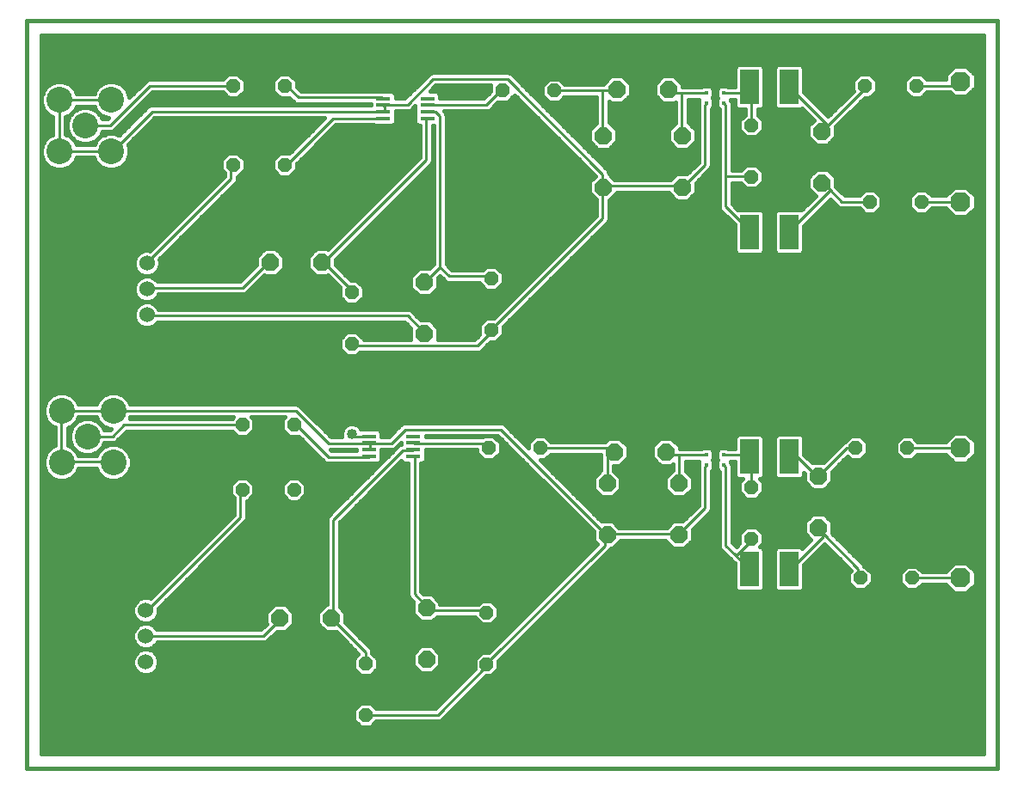
<source format=gtl>
G75*
%MOIN*%
%OFA0B0*%
%FSLAX25Y25*%
%IPPOS*%
%LPD*%
%AMOC8*
5,1,8,0,0,1.08239X$1,22.5*
%
%ADD10C,0.01600*%
%ADD11R,0.05600X0.01700*%
%ADD12C,0.10000*%
%ADD13OC8,0.06600*%
%ADD14R,0.07480X0.13386*%
%ADD15C,0.06000*%
%ADD16OC8,0.07600*%
%ADD17R,0.01575X0.01378*%
%ADD18OC8,0.05200*%
%ADD19C,0.01000*%
%ADD20C,0.04000*%
D10*
X0022104Y0001800D02*
X0398304Y0001800D01*
X0022104Y0001800D01*
X0022104Y0291600D01*
X0398304Y0291600D01*
X0398304Y0001800D01*
X0392704Y0007400D02*
X0027704Y0007400D01*
X0027704Y0286000D01*
X0392704Y0286000D01*
X0392704Y0007400D01*
X0392704Y0007751D02*
X0027704Y0007751D01*
X0027704Y0009349D02*
X0392704Y0009349D01*
X0392704Y0010948D02*
X0027704Y0010948D01*
X0027704Y0012546D02*
X0392704Y0012546D01*
X0392704Y0014145D02*
X0027704Y0014145D01*
X0027704Y0015743D02*
X0392704Y0015743D01*
X0392704Y0017342D02*
X0027704Y0017342D01*
X0027704Y0018940D02*
X0150458Y0018940D01*
X0151599Y0017800D02*
X0155409Y0017800D01*
X0157609Y0020000D01*
X0181901Y0020000D01*
X0182820Y0020381D01*
X0200039Y0037600D01*
X0202209Y0037600D01*
X0204904Y0040295D01*
X0204904Y0043364D01*
X0248323Y0086784D01*
X0248392Y0086950D01*
X0249249Y0086950D01*
X0252354Y0090055D01*
X0252354Y0090200D01*
X0269504Y0090200D01*
X0269504Y0090055D01*
X0272609Y0086950D01*
X0276999Y0086950D01*
X0280104Y0090055D01*
X0280104Y0094264D01*
X0287023Y0101184D01*
X0287404Y0102103D01*
X0287404Y0117035D01*
X0288203Y0117834D01*
X0288203Y0120869D01*
X0287772Y0121300D01*
X0288203Y0121731D01*
X0288203Y0124766D01*
X0287032Y0125938D01*
X0283800Y0125938D01*
X0283662Y0125800D01*
X0275104Y0125800D01*
X0275104Y0126695D01*
X0271999Y0129800D01*
X0267609Y0129800D01*
X0264504Y0126695D01*
X0264504Y0122305D01*
X0267609Y0119200D01*
X0271999Y0119200D01*
X0272504Y0119705D01*
X0272504Y0117445D01*
X0269504Y0114445D01*
X0269504Y0110055D01*
X0272609Y0106950D01*
X0276999Y0106950D01*
X0280104Y0110055D01*
X0280104Y0114445D01*
X0277504Y0117045D01*
X0277504Y0120800D01*
X0282628Y0120800D01*
X0282628Y0119853D01*
X0282577Y0119714D01*
X0282404Y0119297D01*
X0282404Y0119249D01*
X0282387Y0119204D01*
X0282404Y0118754D01*
X0282404Y0103636D01*
X0276318Y0097550D01*
X0272609Y0097550D01*
X0270259Y0095200D01*
X0251599Y0095200D01*
X0249249Y0097550D01*
X0244889Y0097550D01*
X0221039Y0121400D01*
X0223009Y0121400D01*
X0225109Y0123500D01*
X0244504Y0123500D01*
X0244504Y0122305D01*
X0244604Y0122205D01*
X0244604Y0117295D01*
X0241754Y0114445D01*
X0241754Y0110055D01*
X0244859Y0106950D01*
X0249249Y0106950D01*
X0252354Y0110055D01*
X0252354Y0114445D01*
X0249604Y0117195D01*
X0249604Y0119200D01*
X0251999Y0119200D01*
X0255104Y0122305D01*
X0255104Y0126695D01*
X0251999Y0129800D01*
X0247609Y0129800D01*
X0246309Y0128500D01*
X0225109Y0128500D01*
X0223009Y0130600D01*
X0219199Y0130600D01*
X0216504Y0127905D01*
X0216504Y0125936D01*
X0207120Y0135319D01*
X0206201Y0135700D01*
X0168307Y0135700D01*
X0167388Y0135319D01*
X0166685Y0134616D01*
X0162368Y0130300D01*
X0159554Y0130300D01*
X0159554Y0132128D01*
X0158382Y0133300D01*
X0151646Y0133300D01*
X0151495Y0133666D01*
X0150370Y0134791D01*
X0148900Y0135400D01*
X0147308Y0135400D01*
X0145838Y0134791D01*
X0144713Y0133666D01*
X0144104Y0132196D01*
X0144104Y0130604D01*
X0144230Y0130300D01*
X0140139Y0130300D01*
X0128623Y0141816D01*
X0127920Y0142519D01*
X0127001Y0142900D01*
X0062245Y0142900D01*
X0061638Y0144365D01*
X0059669Y0146334D01*
X0057096Y0147400D01*
X0054312Y0147400D01*
X0051739Y0146334D01*
X0049770Y0144365D01*
X0049163Y0142900D01*
X0042245Y0142900D01*
X0041638Y0144365D01*
X0039669Y0146334D01*
X0037096Y0147400D01*
X0034312Y0147400D01*
X0031739Y0146334D01*
X0029770Y0144365D01*
X0028704Y0141792D01*
X0028704Y0139008D01*
X0029770Y0136435D01*
X0031739Y0134466D01*
X0033104Y0133900D01*
X0033104Y0126900D01*
X0031739Y0126334D01*
X0029770Y0124365D01*
X0028704Y0121792D01*
X0028704Y0119008D01*
X0029770Y0116435D01*
X0031739Y0114466D01*
X0034312Y0113400D01*
X0037096Y0113400D01*
X0039669Y0114466D01*
X0041638Y0116435D01*
X0042328Y0118100D01*
X0049080Y0118100D01*
X0049770Y0116435D01*
X0051739Y0114466D01*
X0054312Y0113400D01*
X0057096Y0113400D01*
X0059669Y0114466D01*
X0061638Y0116435D01*
X0062704Y0119008D01*
X0062704Y0121792D01*
X0061638Y0124365D01*
X0059669Y0126334D01*
X0057096Y0127400D01*
X0054312Y0127400D01*
X0051739Y0126334D01*
X0049770Y0124365D01*
X0049246Y0123100D01*
X0042162Y0123100D01*
X0041638Y0124365D01*
X0039669Y0126334D01*
X0038104Y0126983D01*
X0038104Y0133817D01*
X0039669Y0134466D01*
X0041638Y0136435D01*
X0042245Y0137900D01*
X0049163Y0137900D01*
X0049770Y0136435D01*
X0051739Y0134466D01*
X0054312Y0133400D01*
X0054768Y0133400D01*
X0054368Y0133000D01*
X0052204Y0133000D01*
X0051638Y0134365D01*
X0049669Y0136334D01*
X0047096Y0137400D01*
X0044312Y0137400D01*
X0041739Y0136334D01*
X0039770Y0134365D01*
X0038704Y0131792D01*
X0038704Y0129008D01*
X0039770Y0126435D01*
X0041739Y0124466D01*
X0044312Y0123400D01*
X0047096Y0123400D01*
X0049669Y0124466D01*
X0051638Y0126435D01*
X0052287Y0128000D01*
X0055901Y0128000D01*
X0056820Y0128381D01*
X0057523Y0129084D01*
X0060939Y0132500D01*
X0101699Y0132500D01*
X0103799Y0130400D01*
X0107609Y0130400D01*
X0110304Y0133095D01*
X0110304Y0136905D01*
X0109309Y0137900D01*
X0122099Y0137900D01*
X0121104Y0136905D01*
X0121104Y0133095D01*
X0123799Y0130400D01*
X0127568Y0130400D01*
X0137688Y0120281D01*
X0138607Y0119900D01*
X0154066Y0119900D01*
X0154221Y0119858D01*
X0154560Y0119900D01*
X0154901Y0119900D01*
X0155049Y0119961D01*
X0155207Y0119981D01*
X0155241Y0120000D01*
X0158382Y0120000D01*
X0159554Y0121172D01*
X0159554Y0125300D01*
X0163901Y0125300D01*
X0164820Y0125681D01*
X0167154Y0128014D01*
X0167154Y0127495D01*
X0166488Y0127219D01*
X0139488Y0100219D01*
X0138785Y0099516D01*
X0138404Y0098597D01*
X0138404Y0065300D01*
X0138109Y0065300D01*
X0135004Y0062195D01*
X0135004Y0057805D01*
X0138109Y0054700D01*
X0142068Y0054700D01*
X0150683Y0046085D01*
X0148904Y0044305D01*
X0148904Y0040495D01*
X0151599Y0037800D01*
X0155409Y0037800D01*
X0158104Y0040495D01*
X0158104Y0044305D01*
X0156004Y0046405D01*
X0156004Y0047297D01*
X0155623Y0048216D01*
X0145604Y0058236D01*
X0145604Y0062195D01*
X0143404Y0064395D01*
X0143404Y0097064D01*
X0167332Y0120993D01*
X0168326Y0120000D01*
X0169904Y0120000D01*
X0169904Y0068803D01*
X0170285Y0067884D01*
X0171864Y0066305D01*
X0171754Y0066195D01*
X0171754Y0061805D01*
X0174859Y0058700D01*
X0179249Y0058700D01*
X0181049Y0060500D01*
X0195704Y0060500D01*
X0195704Y0060295D01*
X0198399Y0057600D01*
X0202209Y0057600D01*
X0204904Y0060295D01*
X0204904Y0064105D01*
X0202209Y0066800D01*
X0198399Y0066800D01*
X0197099Y0065500D01*
X0182354Y0065500D01*
X0182354Y0066195D01*
X0179249Y0069300D01*
X0175939Y0069300D01*
X0174904Y0070336D01*
X0174904Y0120000D01*
X0175582Y0120000D01*
X0176754Y0121172D01*
X0176754Y0125300D01*
X0196504Y0125300D01*
X0196504Y0124095D01*
X0199199Y0121400D01*
X0203009Y0121400D01*
X0205704Y0124095D01*
X0205704Y0127905D01*
X0203009Y0130600D01*
X0199199Y0130600D01*
X0198899Y0130300D01*
X0176754Y0130300D01*
X0176754Y0130700D01*
X0204668Y0130700D01*
X0241754Y0093614D01*
X0241754Y0090055D01*
X0243139Y0088670D01*
X0201268Y0046800D01*
X0198399Y0046800D01*
X0195704Y0044105D01*
X0195704Y0040336D01*
X0180368Y0025000D01*
X0157409Y0025000D01*
X0155409Y0027000D01*
X0151599Y0027000D01*
X0148904Y0024305D01*
X0148904Y0020495D01*
X0151599Y0017800D01*
X0148904Y0020539D02*
X0027704Y0020539D01*
X0027704Y0022137D02*
X0148904Y0022137D01*
X0148904Y0023736D02*
X0027704Y0023736D01*
X0027704Y0025334D02*
X0149933Y0025334D01*
X0151532Y0026933D02*
X0027704Y0026933D01*
X0027704Y0028532D02*
X0183900Y0028532D01*
X0185498Y0030130D02*
X0027704Y0030130D01*
X0027704Y0031729D02*
X0187097Y0031729D01*
X0188695Y0033327D02*
X0027704Y0033327D01*
X0027704Y0034926D02*
X0190294Y0034926D01*
X0191892Y0036524D02*
X0027704Y0036524D01*
X0027704Y0038123D02*
X0067013Y0038123D01*
X0067309Y0038000D02*
X0069298Y0038000D01*
X0071136Y0038761D01*
X0072543Y0040168D01*
X0073304Y0042005D01*
X0073304Y0043995D01*
X0072543Y0045832D01*
X0071136Y0047239D01*
X0069298Y0048000D01*
X0067309Y0048000D01*
X0065472Y0047239D01*
X0064065Y0045832D01*
X0063304Y0043995D01*
X0063304Y0042005D01*
X0064065Y0040168D01*
X0065472Y0038761D01*
X0067309Y0038000D01*
X0069594Y0038123D02*
X0151276Y0038123D01*
X0149677Y0039721D02*
X0072096Y0039721D01*
X0073020Y0041320D02*
X0148904Y0041320D01*
X0148904Y0042918D02*
X0073304Y0042918D01*
X0073088Y0044517D02*
X0149115Y0044517D01*
X0150653Y0046115D02*
X0072260Y0046115D01*
X0069990Y0047714D02*
X0149055Y0047714D01*
X0147456Y0049312D02*
X0071687Y0049312D01*
X0071136Y0048761D02*
X0072543Y0050168D01*
X0072722Y0050600D01*
X0114401Y0050600D01*
X0115320Y0050981D01*
X0119039Y0054700D01*
X0122499Y0054700D01*
X0125604Y0057805D01*
X0125604Y0062195D01*
X0122499Y0065300D01*
X0118109Y0065300D01*
X0115004Y0062195D01*
X0115004Y0057805D01*
X0115039Y0057770D01*
X0112868Y0055600D01*
X0072639Y0055600D01*
X0072543Y0055832D01*
X0071136Y0057239D01*
X0069298Y0058000D01*
X0067309Y0058000D01*
X0065472Y0057239D01*
X0064065Y0055832D01*
X0063304Y0053995D01*
X0063304Y0052005D01*
X0064065Y0050168D01*
X0065472Y0048761D01*
X0067309Y0048000D01*
X0069298Y0048000D01*
X0071136Y0048761D01*
X0066618Y0047714D02*
X0027704Y0047714D01*
X0027704Y0049312D02*
X0064921Y0049312D01*
X0063757Y0050911D02*
X0027704Y0050911D01*
X0027704Y0052509D02*
X0063304Y0052509D01*
X0063351Y0054108D02*
X0027704Y0054108D01*
X0027704Y0055706D02*
X0064013Y0055706D01*
X0065631Y0057305D02*
X0027704Y0057305D01*
X0027704Y0058903D02*
X0065330Y0058903D01*
X0065472Y0058761D02*
X0067309Y0058000D01*
X0069298Y0058000D01*
X0071136Y0058761D01*
X0072543Y0060168D01*
X0073304Y0062005D01*
X0073304Y0063864D01*
X0107023Y0097584D01*
X0107404Y0098503D01*
X0107404Y0105200D01*
X0107609Y0105200D01*
X0110304Y0107895D01*
X0110304Y0111705D01*
X0107609Y0114400D01*
X0103799Y0114400D01*
X0101104Y0111705D01*
X0101104Y0107895D01*
X0102404Y0106595D01*
X0102404Y0100036D01*
X0070055Y0067687D01*
X0069298Y0068000D01*
X0067309Y0068000D01*
X0065472Y0067239D01*
X0064065Y0065832D01*
X0063304Y0063995D01*
X0063304Y0062005D01*
X0064065Y0060168D01*
X0065472Y0058761D01*
X0063927Y0060502D02*
X0027704Y0060502D01*
X0027704Y0062100D02*
X0063304Y0062100D01*
X0063304Y0063699D02*
X0027704Y0063699D01*
X0027704Y0065297D02*
X0063844Y0065297D01*
X0065129Y0066896D02*
X0027704Y0066896D01*
X0027704Y0068494D02*
X0070863Y0068494D01*
X0072461Y0070093D02*
X0027704Y0070093D01*
X0027704Y0071691D02*
X0074060Y0071691D01*
X0075658Y0073290D02*
X0027704Y0073290D01*
X0027704Y0074888D02*
X0077257Y0074888D01*
X0078855Y0076487D02*
X0027704Y0076487D01*
X0027704Y0078085D02*
X0080454Y0078085D01*
X0082052Y0079684D02*
X0027704Y0079684D01*
X0027704Y0081282D02*
X0083651Y0081282D01*
X0085249Y0082881D02*
X0027704Y0082881D01*
X0027704Y0084479D02*
X0086848Y0084479D01*
X0088446Y0086078D02*
X0027704Y0086078D01*
X0027704Y0087676D02*
X0090045Y0087676D01*
X0091643Y0089275D02*
X0027704Y0089275D01*
X0027704Y0090873D02*
X0093242Y0090873D01*
X0094840Y0092472D02*
X0027704Y0092472D01*
X0027704Y0094070D02*
X0096439Y0094070D01*
X0098037Y0095669D02*
X0027704Y0095669D01*
X0027704Y0097268D02*
X0099636Y0097268D01*
X0101234Y0098866D02*
X0027704Y0098866D01*
X0027704Y0100465D02*
X0102404Y0100465D01*
X0102404Y0102063D02*
X0027704Y0102063D01*
X0027704Y0103662D02*
X0102404Y0103662D01*
X0102404Y0105260D02*
X0027704Y0105260D01*
X0027704Y0106859D02*
X0102140Y0106859D01*
X0101104Y0108457D02*
X0027704Y0108457D01*
X0027704Y0110056D02*
X0101104Y0110056D01*
X0101104Y0111654D02*
X0027704Y0111654D01*
X0027704Y0113253D02*
X0102651Y0113253D01*
X0108757Y0113253D02*
X0122651Y0113253D01*
X0123799Y0114400D02*
X0121104Y0111705D01*
X0121104Y0107895D01*
X0123799Y0105200D01*
X0127609Y0105200D01*
X0130304Y0107895D01*
X0130304Y0111705D01*
X0127609Y0114400D01*
X0123799Y0114400D01*
X0121104Y0111654D02*
X0110304Y0111654D01*
X0110304Y0110056D02*
X0121104Y0110056D01*
X0121104Y0108457D02*
X0110304Y0108457D01*
X0109268Y0106859D02*
X0122140Y0106859D01*
X0123738Y0105260D02*
X0107669Y0105260D01*
X0107404Y0103662D02*
X0142930Y0103662D01*
X0144528Y0105260D02*
X0127669Y0105260D01*
X0129268Y0106859D02*
X0146127Y0106859D01*
X0147725Y0108457D02*
X0130304Y0108457D01*
X0130304Y0110056D02*
X0149324Y0110056D01*
X0150923Y0111654D02*
X0130304Y0111654D01*
X0128757Y0113253D02*
X0152521Y0113253D01*
X0154120Y0114851D02*
X0060055Y0114851D01*
X0061644Y0116450D02*
X0155718Y0116450D01*
X0157317Y0118048D02*
X0062306Y0118048D01*
X0062704Y0119647D02*
X0158915Y0119647D01*
X0159554Y0121245D02*
X0160514Y0121245D01*
X0159554Y0122844D02*
X0162112Y0122844D01*
X0163711Y0124442D02*
X0159554Y0124442D01*
X0165180Y0126041D02*
X0165309Y0126041D01*
X0166779Y0127639D02*
X0167154Y0127639D01*
X0162905Y0130836D02*
X0159554Y0130836D01*
X0159248Y0132435D02*
X0164503Y0132435D01*
X0166102Y0134033D02*
X0151128Y0134033D01*
X0145080Y0134033D02*
X0136406Y0134033D01*
X0138005Y0132435D02*
X0144203Y0132435D01*
X0144104Y0130836D02*
X0139603Y0130836D01*
X0139739Y0125300D02*
X0149954Y0125300D01*
X0149954Y0124900D01*
X0140139Y0124900D01*
X0139739Y0125300D01*
X0136723Y0121245D02*
X0062704Y0121245D01*
X0062268Y0122844D02*
X0135125Y0122844D01*
X0133526Y0124442D02*
X0061561Y0124442D01*
X0059963Y0126041D02*
X0131928Y0126041D01*
X0130329Y0127639D02*
X0052137Y0127639D01*
X0051445Y0126041D02*
X0051244Y0126041D01*
X0049847Y0124442D02*
X0049612Y0124442D01*
X0049101Y0118048D02*
X0042306Y0118048D01*
X0041644Y0116450D02*
X0049763Y0116450D01*
X0051353Y0114851D02*
X0040055Y0114851D01*
X0031353Y0114851D02*
X0027704Y0114851D01*
X0027704Y0116450D02*
X0029763Y0116450D01*
X0029101Y0118048D02*
X0027704Y0118048D01*
X0027704Y0119647D02*
X0028704Y0119647D01*
X0028704Y0121245D02*
X0027704Y0121245D01*
X0027704Y0122844D02*
X0029139Y0122844D01*
X0029847Y0124442D02*
X0027704Y0124442D01*
X0027704Y0126041D02*
X0031445Y0126041D01*
X0033104Y0127639D02*
X0027704Y0127639D01*
X0027704Y0129238D02*
X0033104Y0129238D01*
X0033104Y0130836D02*
X0027704Y0130836D01*
X0027704Y0132435D02*
X0033104Y0132435D01*
X0032783Y0134033D02*
X0027704Y0134033D01*
X0027704Y0135632D02*
X0030573Y0135632D01*
X0029440Y0137230D02*
X0027704Y0137230D01*
X0027704Y0138829D02*
X0028778Y0138829D01*
X0028704Y0140427D02*
X0027704Y0140427D01*
X0027704Y0142026D02*
X0028801Y0142026D01*
X0029463Y0143624D02*
X0027704Y0143624D01*
X0027704Y0145223D02*
X0030627Y0145223D01*
X0032915Y0146821D02*
X0027704Y0146821D01*
X0027704Y0148420D02*
X0392704Y0148420D01*
X0392704Y0150018D02*
X0027704Y0150018D01*
X0027704Y0151617D02*
X0392704Y0151617D01*
X0392704Y0153215D02*
X0027704Y0153215D01*
X0027704Y0154814D02*
X0392704Y0154814D01*
X0392704Y0156412D02*
X0027704Y0156412D01*
X0027704Y0158011D02*
X0392704Y0158011D01*
X0392704Y0159609D02*
X0027704Y0159609D01*
X0027704Y0161208D02*
X0392704Y0161208D01*
X0392704Y0162806D02*
X0151016Y0162806D01*
X0151309Y0163100D02*
X0197201Y0163100D01*
X0198120Y0163481D01*
X0201839Y0167200D01*
X0204009Y0167200D01*
X0206704Y0169895D01*
X0206704Y0172964D01*
X0247423Y0213684D01*
X0247804Y0214603D01*
X0247804Y0221905D01*
X0250829Y0224930D01*
X0250829Y0225200D01*
X0270779Y0225200D01*
X0270779Y0224930D01*
X0273884Y0221825D01*
X0278274Y0221825D01*
X0281379Y0224930D01*
X0281379Y0228739D01*
X0287023Y0234384D01*
X0287404Y0235303D01*
X0287404Y0257435D01*
X0288203Y0258234D01*
X0288203Y0261269D01*
X0287772Y0261700D01*
X0288203Y0262131D01*
X0288203Y0265166D01*
X0287032Y0266338D01*
X0283800Y0266338D01*
X0283662Y0266200D01*
X0276104Y0266200D01*
X0276104Y0267195D01*
X0272999Y0270300D01*
X0268609Y0270300D01*
X0265504Y0267195D01*
X0265504Y0262805D01*
X0268609Y0259700D01*
X0272999Y0259700D01*
X0273404Y0260105D01*
X0273404Y0251945D01*
X0270779Y0249320D01*
X0270779Y0244930D01*
X0273884Y0241825D01*
X0278274Y0241825D01*
X0281379Y0244930D01*
X0281379Y0249320D01*
X0278404Y0252295D01*
X0278404Y0261200D01*
X0282628Y0261200D01*
X0282628Y0260253D01*
X0282577Y0260114D01*
X0282404Y0259697D01*
X0282404Y0259649D01*
X0282387Y0259604D01*
X0282404Y0259154D01*
X0282404Y0236836D01*
X0277993Y0232425D01*
X0273884Y0232425D01*
X0271659Y0230200D01*
X0249949Y0230200D01*
X0247804Y0232345D01*
X0247804Y0232697D01*
X0247423Y0233616D01*
X0246720Y0234319D01*
X0209820Y0271219D01*
X0208901Y0271600D01*
X0179107Y0271600D01*
X0178188Y0271219D01*
X0177485Y0270516D01*
X0168668Y0261700D01*
X0165079Y0261700D01*
X0165079Y0263153D01*
X0163907Y0264325D01*
X0160482Y0264325D01*
X0160301Y0264400D01*
X0160229Y0264400D01*
X0160162Y0264424D01*
X0159735Y0264400D01*
X0128439Y0264400D01*
X0126704Y0266136D01*
X0126704Y0268305D01*
X0124009Y0271000D01*
X0120199Y0271000D01*
X0117504Y0268305D01*
X0117504Y0264495D01*
X0120199Y0261800D01*
X0123968Y0261800D01*
X0125988Y0259781D01*
X0126907Y0259400D01*
X0155479Y0259400D01*
X0155479Y0259000D01*
X0070207Y0259000D01*
X0069288Y0258619D01*
X0057974Y0247305D01*
X0056296Y0248000D01*
X0053512Y0248000D01*
X0050939Y0246934D01*
X0048970Y0244965D01*
X0048446Y0243700D01*
X0041362Y0243700D01*
X0040838Y0244965D01*
X0038869Y0246934D01*
X0037204Y0247624D01*
X0037204Y0254376D01*
X0038869Y0255066D01*
X0040838Y0257035D01*
X0041445Y0258500D01*
X0048363Y0258500D01*
X0048970Y0257035D01*
X0050939Y0255066D01*
X0053512Y0254000D01*
X0053868Y0254000D01*
X0053468Y0253600D01*
X0051404Y0253600D01*
X0050838Y0254965D01*
X0048869Y0256934D01*
X0046296Y0258000D01*
X0043512Y0258000D01*
X0040939Y0256934D01*
X0038970Y0254965D01*
X0037904Y0252392D01*
X0037904Y0249608D01*
X0038970Y0247035D01*
X0040939Y0245066D01*
X0043512Y0244000D01*
X0046296Y0244000D01*
X0048869Y0245066D01*
X0050838Y0247035D01*
X0051487Y0248600D01*
X0055001Y0248600D01*
X0055920Y0248981D01*
X0070839Y0263900D01*
X0098099Y0263900D01*
X0100199Y0261800D01*
X0104009Y0261800D01*
X0106704Y0264495D01*
X0106704Y0268305D01*
X0104009Y0271000D01*
X0100199Y0271000D01*
X0098099Y0268900D01*
X0069307Y0268900D01*
X0068388Y0268519D01*
X0061904Y0262036D01*
X0061904Y0262392D01*
X0060838Y0264965D01*
X0058869Y0266934D01*
X0056296Y0268000D01*
X0053512Y0268000D01*
X0050939Y0266934D01*
X0048970Y0264965D01*
X0048363Y0263500D01*
X0041445Y0263500D01*
X0040838Y0264965D01*
X0038869Y0266934D01*
X0036296Y0268000D01*
X0033512Y0268000D01*
X0030939Y0266934D01*
X0028970Y0264965D01*
X0027904Y0262392D01*
X0027904Y0259608D01*
X0028970Y0257035D01*
X0030939Y0255066D01*
X0032204Y0254542D01*
X0032204Y0247458D01*
X0030939Y0246934D01*
X0028970Y0244965D01*
X0027904Y0242392D01*
X0027904Y0239608D01*
X0028970Y0237035D01*
X0030939Y0235066D01*
X0033512Y0234000D01*
X0036296Y0234000D01*
X0038869Y0235066D01*
X0040838Y0237035D01*
X0041528Y0238700D01*
X0048280Y0238700D01*
X0048970Y0237035D01*
X0050939Y0235066D01*
X0053512Y0234000D01*
X0056296Y0234000D01*
X0058869Y0235066D01*
X0060838Y0237035D01*
X0061904Y0239608D01*
X0061904Y0242392D01*
X0061385Y0243645D01*
X0071739Y0254000D01*
X0137568Y0254000D01*
X0123968Y0240400D01*
X0120199Y0240400D01*
X0117504Y0237705D01*
X0117504Y0233895D01*
X0120199Y0231200D01*
X0124009Y0231200D01*
X0126704Y0233895D01*
X0126704Y0236064D01*
X0141939Y0251300D01*
X0156376Y0251300D01*
X0156651Y0251025D01*
X0163907Y0251025D01*
X0165079Y0252197D01*
X0165079Y0256700D01*
X0170201Y0256700D01*
X0171120Y0257081D01*
X0172679Y0258639D01*
X0172679Y0252197D01*
X0173851Y0251025D01*
X0174404Y0251025D01*
X0174404Y0238636D01*
X0138884Y0203115D01*
X0138699Y0203300D01*
X0134309Y0203300D01*
X0131204Y0200195D01*
X0131204Y0195805D01*
X0134309Y0192700D01*
X0138699Y0192700D01*
X0138884Y0192885D01*
X0143504Y0188264D01*
X0143504Y0184495D01*
X0146199Y0181800D01*
X0150009Y0181800D01*
X0152704Y0184495D01*
X0152704Y0188305D01*
X0150009Y0191000D01*
X0147839Y0191000D01*
X0141804Y0197036D01*
X0141804Y0198964D01*
X0179023Y0236184D01*
X0179404Y0237103D01*
X0179404Y0251025D01*
X0179804Y0251025D01*
X0179804Y0197236D01*
X0178143Y0195575D01*
X0174084Y0195575D01*
X0170979Y0192470D01*
X0170979Y0188080D01*
X0174084Y0184975D01*
X0178474Y0184975D01*
X0181579Y0188080D01*
X0181579Y0191939D01*
X0182304Y0192664D01*
X0184488Y0190481D01*
X0185407Y0190100D01*
X0197504Y0190100D01*
X0197504Y0189895D01*
X0200199Y0187200D01*
X0204009Y0187200D01*
X0206704Y0189895D01*
X0206704Y0193705D01*
X0204009Y0196400D01*
X0200199Y0196400D01*
X0198899Y0195100D01*
X0186939Y0195100D01*
X0184804Y0197236D01*
X0184804Y0255197D01*
X0184423Y0256116D01*
X0183839Y0256700D01*
X0200801Y0256700D01*
X0201720Y0257081D01*
X0204639Y0260000D01*
X0208409Y0260000D01*
X0211104Y0262695D01*
X0211104Y0262864D01*
X0242439Y0231530D01*
X0240229Y0229320D01*
X0240229Y0224930D01*
X0242804Y0222355D01*
X0242804Y0216136D01*
X0203068Y0176400D01*
X0200199Y0176400D01*
X0197504Y0173705D01*
X0197504Y0169936D01*
X0195668Y0168100D01*
X0181579Y0168100D01*
X0181579Y0172470D01*
X0178474Y0175575D01*
X0174964Y0175575D01*
X0171823Y0178716D01*
X0171823Y0178716D01*
X0171120Y0179419D01*
X0170201Y0179800D01*
X0073205Y0179800D01*
X0072943Y0180432D01*
X0071536Y0181839D01*
X0069698Y0182600D01*
X0067709Y0182600D01*
X0065872Y0181839D01*
X0064465Y0180432D01*
X0063704Y0178595D01*
X0063704Y0176605D01*
X0064465Y0174768D01*
X0065872Y0173361D01*
X0067709Y0172600D01*
X0069698Y0172600D01*
X0071536Y0173361D01*
X0072943Y0174768D01*
X0072956Y0174800D01*
X0168668Y0174800D01*
X0170989Y0172480D01*
X0170979Y0172470D01*
X0170979Y0168100D01*
X0152704Y0168100D01*
X0152704Y0168305D01*
X0150009Y0171000D01*
X0146199Y0171000D01*
X0143504Y0168305D01*
X0143504Y0164495D01*
X0146199Y0161800D01*
X0150009Y0161800D01*
X0151309Y0163100D01*
X0151809Y0169201D02*
X0170979Y0169201D01*
X0170979Y0170799D02*
X0150210Y0170799D01*
X0145998Y0170799D02*
X0027704Y0170799D01*
X0027704Y0169201D02*
X0144399Y0169201D01*
X0143504Y0167602D02*
X0027704Y0167602D01*
X0027704Y0166003D02*
X0143504Y0166003D01*
X0143594Y0164405D02*
X0027704Y0164405D01*
X0027704Y0162806D02*
X0145192Y0162806D01*
X0169472Y0173996D02*
X0072171Y0173996D01*
X0065237Y0173996D02*
X0027704Y0173996D01*
X0027704Y0172398D02*
X0170979Y0172398D01*
X0174945Y0175595D02*
X0199393Y0175595D01*
X0197795Y0173996D02*
X0180053Y0173996D01*
X0181579Y0172398D02*
X0197504Y0172398D01*
X0197504Y0170799D02*
X0181579Y0170799D01*
X0181579Y0169201D02*
X0196769Y0169201D01*
X0200643Y0166003D02*
X0392704Y0166003D01*
X0392704Y0164405D02*
X0199044Y0164405D01*
X0204411Y0167602D02*
X0392704Y0167602D01*
X0392704Y0169201D02*
X0206010Y0169201D01*
X0206704Y0170799D02*
X0392704Y0170799D01*
X0392704Y0172398D02*
X0206704Y0172398D01*
X0207736Y0173996D02*
X0392704Y0173996D01*
X0392704Y0175595D02*
X0209334Y0175595D01*
X0210933Y0177193D02*
X0392704Y0177193D01*
X0392704Y0178792D02*
X0212531Y0178792D01*
X0214130Y0180390D02*
X0392704Y0180390D01*
X0392704Y0181989D02*
X0215728Y0181989D01*
X0217327Y0183587D02*
X0392704Y0183587D01*
X0392704Y0185186D02*
X0218925Y0185186D01*
X0220524Y0186784D02*
X0392704Y0186784D01*
X0392704Y0188383D02*
X0222122Y0188383D01*
X0223721Y0189981D02*
X0392704Y0189981D01*
X0392704Y0191580D02*
X0225319Y0191580D01*
X0226918Y0193178D02*
X0392704Y0193178D01*
X0392704Y0194777D02*
X0228516Y0194777D01*
X0230115Y0196375D02*
X0392704Y0196375D01*
X0392704Y0197974D02*
X0231713Y0197974D01*
X0233312Y0199572D02*
X0392704Y0199572D01*
X0392704Y0201171D02*
X0322213Y0201171D01*
X0322150Y0201107D02*
X0323321Y0202279D01*
X0323321Y0212182D01*
X0333504Y0222364D01*
X0336588Y0219281D01*
X0337507Y0218900D01*
X0344699Y0218900D01*
X0346799Y0216800D01*
X0350609Y0216800D01*
X0353304Y0219495D01*
X0353304Y0223305D01*
X0350609Y0226000D01*
X0346799Y0226000D01*
X0344699Y0223900D01*
X0339039Y0223900D01*
X0335623Y0227316D01*
X0335604Y0227336D01*
X0335604Y0230995D01*
X0332499Y0234100D01*
X0328109Y0234100D01*
X0325004Y0230995D01*
X0325004Y0226605D01*
X0327839Y0223770D01*
X0322355Y0218287D01*
X0322150Y0218493D01*
X0313013Y0218493D01*
X0311841Y0217321D01*
X0311841Y0202279D01*
X0313013Y0201107D01*
X0322150Y0201107D01*
X0323321Y0202769D02*
X0392704Y0202769D01*
X0392704Y0204368D02*
X0323321Y0204368D01*
X0323321Y0205966D02*
X0392704Y0205966D01*
X0392704Y0207565D02*
X0323321Y0207565D01*
X0323321Y0209163D02*
X0392704Y0209163D01*
X0392704Y0210762D02*
X0323321Y0210762D01*
X0323500Y0212360D02*
X0392704Y0212360D01*
X0392704Y0213959D02*
X0325098Y0213959D01*
X0326697Y0215557D02*
X0392704Y0215557D01*
X0392704Y0217156D02*
X0387862Y0217156D01*
X0386306Y0215600D02*
X0381502Y0215600D01*
X0378202Y0218900D01*
X0372709Y0218900D01*
X0370609Y0216800D01*
X0366799Y0216800D01*
X0364104Y0219495D01*
X0364104Y0223305D01*
X0366799Y0226000D01*
X0370609Y0226000D01*
X0372709Y0223900D01*
X0378202Y0223900D01*
X0381502Y0227200D01*
X0386306Y0227200D01*
X0389704Y0223802D01*
X0389704Y0218998D01*
X0386306Y0215600D01*
X0389461Y0218754D02*
X0392704Y0218754D01*
X0392704Y0220353D02*
X0389704Y0220353D01*
X0389704Y0221951D02*
X0392704Y0221951D01*
X0392704Y0223550D02*
X0389704Y0223550D01*
X0388358Y0225148D02*
X0392704Y0225148D01*
X0392704Y0226747D02*
X0386759Y0226747D01*
X0381048Y0226747D02*
X0336193Y0226747D01*
X0335604Y0228345D02*
X0392704Y0228345D01*
X0392704Y0229944D02*
X0335604Y0229944D01*
X0335057Y0231542D02*
X0392704Y0231542D01*
X0392704Y0233141D02*
X0333458Y0233141D01*
X0327150Y0233141D02*
X0307468Y0233141D01*
X0307504Y0233105D02*
X0304809Y0235800D01*
X0300999Y0235800D01*
X0298999Y0233800D01*
X0295504Y0233800D01*
X0295504Y0258837D01*
X0295542Y0258966D01*
X0295504Y0259330D01*
X0295504Y0259697D01*
X0295453Y0259821D01*
X0295439Y0259955D01*
X0295264Y0260277D01*
X0295123Y0260616D01*
X0295028Y0260711D01*
X0295014Y0260737D01*
X0295014Y0261200D01*
X0296487Y0261200D01*
X0296487Y0258479D01*
X0297658Y0257307D01*
X0300404Y0257307D01*
X0300404Y0255205D01*
X0298304Y0253105D01*
X0298304Y0249295D01*
X0300999Y0246600D01*
X0304809Y0246600D01*
X0307504Y0249295D01*
X0307504Y0253105D01*
X0305404Y0255205D01*
X0305404Y0257307D01*
X0306795Y0257307D01*
X0307967Y0258479D01*
X0307967Y0273521D01*
X0306795Y0274693D01*
X0297658Y0274693D01*
X0296487Y0273521D01*
X0296487Y0266200D01*
X0293980Y0266200D01*
X0293843Y0266338D01*
X0290611Y0266338D01*
X0289439Y0265166D01*
X0289439Y0262131D01*
X0289831Y0261739D01*
X0289439Y0261347D01*
X0289439Y0258313D01*
X0290504Y0257248D01*
X0290504Y0219103D01*
X0290885Y0218184D01*
X0296487Y0212582D01*
X0296487Y0202279D01*
X0297658Y0201107D01*
X0306795Y0201107D01*
X0307967Y0202279D01*
X0307967Y0217321D01*
X0306795Y0218493D01*
X0297658Y0218493D01*
X0297652Y0218487D01*
X0295504Y0220636D01*
X0295504Y0228800D01*
X0298799Y0228800D01*
X0300999Y0226600D01*
X0304809Y0226600D01*
X0307504Y0229295D01*
X0307504Y0233105D01*
X0307504Y0231542D02*
X0325551Y0231542D01*
X0325004Y0229944D02*
X0307504Y0229944D01*
X0306555Y0228345D02*
X0325004Y0228345D01*
X0325004Y0226747D02*
X0304956Y0226747D01*
X0300852Y0226747D02*
X0295504Y0226747D01*
X0295504Y0228345D02*
X0299253Y0228345D01*
X0295504Y0225148D02*
X0326460Y0225148D01*
X0327618Y0223550D02*
X0295504Y0223550D01*
X0295504Y0221951D02*
X0326020Y0221951D01*
X0324421Y0220353D02*
X0295787Y0220353D01*
X0297385Y0218754D02*
X0322823Y0218754D01*
X0328295Y0217156D02*
X0346443Y0217156D01*
X0344844Y0218754D02*
X0329894Y0218754D01*
X0331492Y0220353D02*
X0335516Y0220353D01*
X0333917Y0221951D02*
X0333091Y0221951D01*
X0337791Y0225148D02*
X0345947Y0225148D01*
X0351461Y0225148D02*
X0365947Y0225148D01*
X0364348Y0223550D02*
X0353059Y0223550D01*
X0353304Y0221951D02*
X0364104Y0221951D01*
X0364104Y0220353D02*
X0353304Y0220353D01*
X0352564Y0218754D02*
X0364844Y0218754D01*
X0366443Y0217156D02*
X0350965Y0217156D01*
X0370965Y0217156D02*
X0379946Y0217156D01*
X0378347Y0218754D02*
X0372564Y0218754D01*
X0371461Y0225148D02*
X0379450Y0225148D01*
X0392704Y0234739D02*
X0305870Y0234739D01*
X0299938Y0234739D02*
X0295504Y0234739D01*
X0295504Y0236338D02*
X0392704Y0236338D01*
X0392704Y0237937D02*
X0295504Y0237937D01*
X0295504Y0239535D02*
X0392704Y0239535D01*
X0392704Y0241134D02*
X0295504Y0241134D01*
X0295504Y0242732D02*
X0392704Y0242732D01*
X0392704Y0244331D02*
X0333330Y0244331D01*
X0332499Y0243500D02*
X0328109Y0243500D01*
X0325004Y0246605D01*
X0325004Y0250995D01*
X0327089Y0253080D01*
X0322505Y0257663D01*
X0322150Y0257307D01*
X0313013Y0257307D01*
X0311841Y0258479D01*
X0311841Y0273521D01*
X0313013Y0274693D01*
X0322150Y0274693D01*
X0323321Y0273521D01*
X0323321Y0263918D01*
X0332604Y0254636D01*
X0342383Y0264415D01*
X0342304Y0264495D01*
X0342304Y0268305D01*
X0344999Y0271000D01*
X0348809Y0271000D01*
X0351504Y0268305D01*
X0351504Y0264495D01*
X0348809Y0261800D01*
X0346839Y0261800D01*
X0335604Y0250564D01*
X0335604Y0246605D01*
X0332499Y0243500D01*
X0334928Y0245929D02*
X0392704Y0245929D01*
X0392704Y0247528D02*
X0335604Y0247528D01*
X0335604Y0249126D02*
X0392704Y0249126D01*
X0392704Y0250725D02*
X0335764Y0250725D01*
X0337363Y0252323D02*
X0392704Y0252323D01*
X0392704Y0253922D02*
X0338961Y0253922D01*
X0340560Y0255520D02*
X0392704Y0255520D01*
X0392704Y0257119D02*
X0342158Y0257119D01*
X0343757Y0258717D02*
X0392704Y0258717D01*
X0392704Y0260316D02*
X0345355Y0260316D01*
X0348923Y0261914D02*
X0364884Y0261914D01*
X0364999Y0261800D02*
X0368809Y0261800D01*
X0370909Y0263900D01*
X0380002Y0263900D01*
X0381502Y0262400D01*
X0386306Y0262400D01*
X0389704Y0265798D01*
X0389704Y0270602D01*
X0386306Y0274000D01*
X0381502Y0274000D01*
X0378104Y0270602D01*
X0378104Y0268900D01*
X0370909Y0268900D01*
X0368809Y0271000D01*
X0364999Y0271000D01*
X0362304Y0268305D01*
X0362304Y0264495D01*
X0364999Y0261800D01*
X0363286Y0263513D02*
X0350522Y0263513D01*
X0351504Y0265111D02*
X0362304Y0265111D01*
X0362304Y0266710D02*
X0351504Y0266710D01*
X0351501Y0268308D02*
X0362307Y0268308D01*
X0363905Y0269907D02*
X0349903Y0269907D01*
X0343905Y0269907D02*
X0323321Y0269907D01*
X0323321Y0271505D02*
X0379007Y0271505D01*
X0378104Y0269907D02*
X0369903Y0269907D01*
X0370522Y0263513D02*
X0380389Y0263513D01*
X0387419Y0263513D02*
X0392704Y0263513D01*
X0392704Y0265111D02*
X0389018Y0265111D01*
X0389704Y0266710D02*
X0392704Y0266710D01*
X0392704Y0268308D02*
X0389704Y0268308D01*
X0389704Y0269907D02*
X0392704Y0269907D01*
X0392704Y0271505D02*
X0388801Y0271505D01*
X0387203Y0273104D02*
X0392704Y0273104D01*
X0392704Y0274702D02*
X0027704Y0274702D01*
X0027704Y0273104D02*
X0296487Y0273104D01*
X0296487Y0271505D02*
X0209130Y0271505D01*
X0211133Y0269907D02*
X0248215Y0269907D01*
X0248609Y0270300D02*
X0245504Y0267195D01*
X0245504Y0267100D01*
X0230509Y0267100D01*
X0228409Y0269200D01*
X0224599Y0269200D01*
X0221904Y0266505D01*
X0221904Y0262695D01*
X0224599Y0260000D01*
X0228409Y0260000D01*
X0230509Y0262100D01*
X0242804Y0262100D01*
X0242804Y0251895D01*
X0240229Y0249320D01*
X0240229Y0244930D01*
X0243334Y0241825D01*
X0247724Y0241825D01*
X0250829Y0244930D01*
X0250829Y0249320D01*
X0247804Y0252345D01*
X0247804Y0260505D01*
X0248609Y0259700D01*
X0252999Y0259700D01*
X0256104Y0262805D01*
X0256104Y0267195D01*
X0252999Y0270300D01*
X0248609Y0270300D01*
X0246617Y0268308D02*
X0229301Y0268308D01*
X0223707Y0268308D02*
X0212731Y0268308D01*
X0214330Y0266710D02*
X0222108Y0266710D01*
X0221904Y0265111D02*
X0215928Y0265111D01*
X0217527Y0263513D02*
X0221904Y0263513D01*
X0222684Y0261914D02*
X0219125Y0261914D01*
X0220724Y0260316D02*
X0224283Y0260316D01*
X0222322Y0258717D02*
X0242804Y0258717D01*
X0242804Y0257119D02*
X0223921Y0257119D01*
X0225519Y0255520D02*
X0242804Y0255520D01*
X0242804Y0253922D02*
X0227118Y0253922D01*
X0228716Y0252323D02*
X0242804Y0252323D01*
X0241633Y0250725D02*
X0230315Y0250725D01*
X0231913Y0249126D02*
X0240229Y0249126D01*
X0240229Y0247528D02*
X0233512Y0247528D01*
X0235110Y0245929D02*
X0240229Y0245929D01*
X0240828Y0244331D02*
X0236709Y0244331D01*
X0238307Y0242732D02*
X0242427Y0242732D01*
X0239906Y0241134D02*
X0282404Y0241134D01*
X0282404Y0242732D02*
X0279181Y0242732D01*
X0280780Y0244331D02*
X0282404Y0244331D01*
X0282404Y0245929D02*
X0281379Y0245929D01*
X0281379Y0247528D02*
X0282404Y0247528D01*
X0282404Y0249126D02*
X0281379Y0249126D01*
X0282404Y0250725D02*
X0279975Y0250725D01*
X0278404Y0252323D02*
X0282404Y0252323D01*
X0282404Y0253922D02*
X0278404Y0253922D01*
X0278404Y0255520D02*
X0282404Y0255520D01*
X0282404Y0257119D02*
X0278404Y0257119D01*
X0278404Y0258717D02*
X0282404Y0258717D01*
X0282628Y0260316D02*
X0278404Y0260316D01*
X0273404Y0258717D02*
X0247804Y0258717D01*
X0247804Y0257119D02*
X0273404Y0257119D01*
X0273404Y0255520D02*
X0247804Y0255520D01*
X0247804Y0253922D02*
X0273404Y0253922D01*
X0273404Y0252323D02*
X0247826Y0252323D01*
X0249425Y0250725D02*
X0272183Y0250725D01*
X0270779Y0249126D02*
X0250829Y0249126D01*
X0250829Y0247528D02*
X0270779Y0247528D01*
X0270779Y0245929D02*
X0250829Y0245929D01*
X0250230Y0244331D02*
X0271378Y0244331D01*
X0272977Y0242732D02*
X0248631Y0242732D01*
X0243103Y0237937D02*
X0282404Y0237937D01*
X0282404Y0239535D02*
X0241504Y0239535D01*
X0244701Y0236338D02*
X0281906Y0236338D01*
X0280308Y0234739D02*
X0246300Y0234739D01*
X0247620Y0233141D02*
X0278709Y0233141D01*
X0282583Y0229944D02*
X0290504Y0229944D01*
X0290504Y0231542D02*
X0284182Y0231542D01*
X0285780Y0233141D02*
X0290504Y0233141D01*
X0290504Y0234739D02*
X0287171Y0234739D01*
X0287404Y0236338D02*
X0290504Y0236338D01*
X0290504Y0237937D02*
X0287404Y0237937D01*
X0287404Y0239535D02*
X0290504Y0239535D01*
X0290504Y0241134D02*
X0287404Y0241134D01*
X0287404Y0242732D02*
X0290504Y0242732D01*
X0290504Y0244331D02*
X0287404Y0244331D01*
X0287404Y0245929D02*
X0290504Y0245929D01*
X0290504Y0247528D02*
X0287404Y0247528D01*
X0287404Y0249126D02*
X0290504Y0249126D01*
X0290504Y0250725D02*
X0287404Y0250725D01*
X0287404Y0252323D02*
X0290504Y0252323D01*
X0290504Y0253922D02*
X0287404Y0253922D01*
X0287404Y0255520D02*
X0290504Y0255520D01*
X0290504Y0257119D02*
X0287404Y0257119D01*
X0288203Y0258717D02*
X0289439Y0258717D01*
X0289439Y0260316D02*
X0288203Y0260316D01*
X0287986Y0261914D02*
X0289657Y0261914D01*
X0289439Y0263513D02*
X0288203Y0263513D01*
X0288203Y0265111D02*
X0289439Y0265111D01*
X0296487Y0266710D02*
X0276104Y0266710D01*
X0274991Y0268308D02*
X0296487Y0268308D01*
X0296487Y0269907D02*
X0273393Y0269907D01*
X0268215Y0269907D02*
X0253393Y0269907D01*
X0254991Y0268308D02*
X0266617Y0268308D01*
X0265504Y0266710D02*
X0256104Y0266710D01*
X0256104Y0265111D02*
X0265504Y0265111D01*
X0265504Y0263513D02*
X0256104Y0263513D01*
X0255213Y0261914D02*
X0266394Y0261914D01*
X0267993Y0260316D02*
X0253615Y0260316D01*
X0247993Y0260316D02*
X0247804Y0260316D01*
X0242804Y0260316D02*
X0228725Y0260316D01*
X0230323Y0261914D02*
X0242804Y0261914D01*
X0226441Y0247528D02*
X0184804Y0247528D01*
X0184804Y0249126D02*
X0224842Y0249126D01*
X0223244Y0250725D02*
X0184804Y0250725D01*
X0184804Y0252323D02*
X0221645Y0252323D01*
X0220047Y0253922D02*
X0184804Y0253922D01*
X0184670Y0255520D02*
X0218448Y0255520D01*
X0216850Y0257119D02*
X0201758Y0257119D01*
X0203357Y0258717D02*
X0215251Y0258717D01*
X0213653Y0260316D02*
X0208725Y0260316D01*
X0210323Y0261914D02*
X0212054Y0261914D01*
X0201904Y0264336D02*
X0199268Y0261700D01*
X0182279Y0261700D01*
X0182279Y0263153D01*
X0181107Y0264325D01*
X0178364Y0264325D01*
X0180639Y0266600D01*
X0201999Y0266600D01*
X0201904Y0266505D01*
X0201904Y0264336D01*
X0201904Y0265111D02*
X0179151Y0265111D01*
X0181920Y0263513D02*
X0201081Y0263513D01*
X0199483Y0261914D02*
X0182279Y0261914D01*
X0175277Y0268308D02*
X0126701Y0268308D01*
X0126704Y0266710D02*
X0173678Y0266710D01*
X0172080Y0265111D02*
X0127728Y0265111D01*
X0125103Y0269907D02*
X0176875Y0269907D01*
X0178878Y0271505D02*
X0027704Y0271505D01*
X0027704Y0269907D02*
X0099105Y0269907D01*
X0105103Y0269907D02*
X0119105Y0269907D01*
X0117507Y0268308D02*
X0106701Y0268308D01*
X0106704Y0266710D02*
X0117504Y0266710D01*
X0117504Y0265111D02*
X0106704Y0265111D01*
X0105722Y0263513D02*
X0118486Y0263513D01*
X0120084Y0261914D02*
X0104123Y0261914D01*
X0100084Y0261914D02*
X0068854Y0261914D01*
X0070452Y0263513D02*
X0098486Y0263513D01*
X0125453Y0260316D02*
X0067255Y0260316D01*
X0065657Y0258717D02*
X0069524Y0258717D01*
X0067787Y0257119D02*
X0064058Y0257119D01*
X0062460Y0255520D02*
X0066189Y0255520D01*
X0064590Y0253922D02*
X0060861Y0253922D01*
X0059263Y0252323D02*
X0062992Y0252323D01*
X0061393Y0250725D02*
X0057664Y0250725D01*
X0056066Y0249126D02*
X0059795Y0249126D01*
X0058196Y0247528D02*
X0057437Y0247528D01*
X0062070Y0244331D02*
X0127899Y0244331D01*
X0129497Y0245929D02*
X0063669Y0245929D01*
X0065267Y0247528D02*
X0131096Y0247528D01*
X0132695Y0249126D02*
X0066866Y0249126D01*
X0068464Y0250725D02*
X0134293Y0250725D01*
X0135892Y0252323D02*
X0070063Y0252323D01*
X0071661Y0253922D02*
X0137490Y0253922D01*
X0141364Y0250725D02*
X0174404Y0250725D01*
X0174404Y0249126D02*
X0139766Y0249126D01*
X0138167Y0247528D02*
X0174404Y0247528D01*
X0174404Y0245929D02*
X0136569Y0245929D01*
X0134970Y0244331D02*
X0174404Y0244331D01*
X0174404Y0242732D02*
X0133372Y0242732D01*
X0131773Y0241134D02*
X0174404Y0241134D01*
X0174404Y0239535D02*
X0130174Y0239535D01*
X0128576Y0237937D02*
X0173705Y0237937D01*
X0172106Y0236338D02*
X0126977Y0236338D01*
X0126704Y0234739D02*
X0170508Y0234739D01*
X0168909Y0233141D02*
X0125950Y0233141D01*
X0124352Y0231542D02*
X0167311Y0231542D01*
X0165712Y0229944D02*
X0103804Y0229944D01*
X0103804Y0229903D02*
X0103804Y0231200D01*
X0104009Y0231200D01*
X0106704Y0233895D01*
X0106704Y0237705D01*
X0104009Y0240400D01*
X0100199Y0240400D01*
X0097504Y0237705D01*
X0097504Y0233895D01*
X0098804Y0232595D01*
X0098804Y0231436D01*
X0069889Y0202521D01*
X0069698Y0202600D01*
X0067709Y0202600D01*
X0065872Y0201839D01*
X0064465Y0200432D01*
X0063704Y0198595D01*
X0063704Y0196605D01*
X0064465Y0194768D01*
X0065872Y0193361D01*
X0067709Y0192600D01*
X0065872Y0191839D01*
X0064465Y0190432D01*
X0063704Y0188595D01*
X0063704Y0186605D01*
X0064465Y0184768D01*
X0065872Y0183361D01*
X0067709Y0182600D01*
X0069698Y0182600D01*
X0071536Y0183361D01*
X0072943Y0184768D01*
X0073287Y0185600D01*
X0106301Y0185600D01*
X0107220Y0185981D01*
X0114124Y0192885D01*
X0114309Y0192700D01*
X0118699Y0192700D01*
X0121804Y0195805D01*
X0121804Y0200195D01*
X0118699Y0203300D01*
X0114309Y0203300D01*
X0111204Y0200195D01*
X0111204Y0197036D01*
X0104768Y0190600D01*
X0072775Y0190600D01*
X0071536Y0191839D01*
X0069698Y0192600D01*
X0067709Y0192600D01*
X0069698Y0192600D01*
X0071536Y0193361D01*
X0072943Y0194768D01*
X0073704Y0196605D01*
X0073704Y0198595D01*
X0073508Y0199068D01*
X0103423Y0228984D01*
X0103804Y0229903D01*
X0104352Y0231542D02*
X0119856Y0231542D01*
X0118258Y0233141D02*
X0105950Y0233141D01*
X0106704Y0234739D02*
X0117504Y0234739D01*
X0117504Y0236338D02*
X0106704Y0236338D01*
X0106473Y0237937D02*
X0117735Y0237937D01*
X0119334Y0239535D02*
X0104874Y0239535D01*
X0099334Y0239535D02*
X0061874Y0239535D01*
X0061904Y0241134D02*
X0124702Y0241134D01*
X0126300Y0242732D02*
X0061763Y0242732D01*
X0061212Y0237937D02*
X0097735Y0237937D01*
X0097504Y0236338D02*
X0060141Y0236338D01*
X0058082Y0234739D02*
X0097504Y0234739D01*
X0098258Y0233141D02*
X0027704Y0233141D01*
X0027704Y0234739D02*
X0031726Y0234739D01*
X0029666Y0236338D02*
X0027704Y0236338D01*
X0027704Y0237937D02*
X0028596Y0237937D01*
X0027934Y0239535D02*
X0027704Y0239535D01*
X0027704Y0241134D02*
X0027904Y0241134D01*
X0028045Y0242732D02*
X0027704Y0242732D01*
X0027704Y0244331D02*
X0028707Y0244331D01*
X0027704Y0245929D02*
X0029934Y0245929D01*
X0027704Y0247528D02*
X0032204Y0247528D01*
X0032204Y0249126D02*
X0027704Y0249126D01*
X0027704Y0250725D02*
X0032204Y0250725D01*
X0032204Y0252323D02*
X0027704Y0252323D01*
X0027704Y0253922D02*
X0032204Y0253922D01*
X0030484Y0255520D02*
X0027704Y0255520D01*
X0027704Y0257119D02*
X0028935Y0257119D01*
X0028273Y0258717D02*
X0027704Y0258717D01*
X0027704Y0260316D02*
X0027904Y0260316D01*
X0027904Y0261914D02*
X0027704Y0261914D01*
X0027704Y0263513D02*
X0028368Y0263513D01*
X0027704Y0265111D02*
X0029116Y0265111D01*
X0027704Y0266710D02*
X0030714Y0266710D01*
X0027704Y0268308D02*
X0068177Y0268308D01*
X0066578Y0266710D02*
X0059094Y0266710D01*
X0060692Y0265111D02*
X0064980Y0265111D01*
X0063381Y0263513D02*
X0061440Y0263513D01*
X0050714Y0266710D02*
X0039094Y0266710D01*
X0040692Y0265111D02*
X0049116Y0265111D01*
X0048368Y0263513D02*
X0041440Y0263513D01*
X0041384Y0257119D02*
X0040873Y0257119D01*
X0039525Y0255520D02*
X0039324Y0255520D01*
X0038537Y0253922D02*
X0037204Y0253922D01*
X0037204Y0252323D02*
X0037904Y0252323D01*
X0037904Y0250725D02*
X0037204Y0250725D01*
X0037204Y0249126D02*
X0038103Y0249126D01*
X0038766Y0247528D02*
X0037437Y0247528D01*
X0039874Y0245929D02*
X0040075Y0245929D01*
X0041101Y0244331D02*
X0042714Y0244331D01*
X0047094Y0244331D02*
X0048707Y0244331D01*
X0049732Y0245929D02*
X0049934Y0245929D01*
X0051042Y0247528D02*
X0052371Y0247528D01*
X0051270Y0253922D02*
X0053790Y0253922D01*
X0050484Y0255520D02*
X0050283Y0255520D01*
X0048935Y0257119D02*
X0048424Y0257119D01*
X0048596Y0237937D02*
X0041212Y0237937D01*
X0040141Y0236338D02*
X0049666Y0236338D01*
X0051726Y0234739D02*
X0038082Y0234739D01*
X0027704Y0231542D02*
X0098804Y0231542D01*
X0097312Y0229944D02*
X0027704Y0229944D01*
X0027704Y0228345D02*
X0095714Y0228345D01*
X0094115Y0226747D02*
X0027704Y0226747D01*
X0027704Y0225148D02*
X0092517Y0225148D01*
X0090918Y0223550D02*
X0027704Y0223550D01*
X0027704Y0221951D02*
X0089320Y0221951D01*
X0087721Y0220353D02*
X0027704Y0220353D01*
X0027704Y0218754D02*
X0086123Y0218754D01*
X0084524Y0217156D02*
X0027704Y0217156D01*
X0027704Y0215557D02*
X0082926Y0215557D01*
X0081327Y0213959D02*
X0027704Y0213959D01*
X0027704Y0212360D02*
X0079729Y0212360D01*
X0078130Y0210762D02*
X0027704Y0210762D01*
X0027704Y0209163D02*
X0076532Y0209163D01*
X0074933Y0207565D02*
X0027704Y0207565D01*
X0027704Y0205966D02*
X0073335Y0205966D01*
X0071736Y0204368D02*
X0027704Y0204368D01*
X0027704Y0202769D02*
X0070138Y0202769D01*
X0074012Y0199572D02*
X0111204Y0199572D01*
X0111204Y0197974D02*
X0073704Y0197974D01*
X0073609Y0196375D02*
X0110544Y0196375D01*
X0108945Y0194777D02*
X0072946Y0194777D01*
X0071094Y0193178D02*
X0107347Y0193178D01*
X0105748Y0191580D02*
X0071795Y0191580D01*
X0066313Y0193178D02*
X0027704Y0193178D01*
X0027704Y0191580D02*
X0065613Y0191580D01*
X0064278Y0189981D02*
X0027704Y0189981D01*
X0027704Y0188383D02*
X0063704Y0188383D01*
X0063704Y0186784D02*
X0027704Y0186784D01*
X0027704Y0185186D02*
X0064292Y0185186D01*
X0065646Y0183587D02*
X0027704Y0183587D01*
X0027704Y0181989D02*
X0066233Y0181989D01*
X0064448Y0180390D02*
X0027704Y0180390D01*
X0027704Y0178792D02*
X0063786Y0178792D01*
X0063704Y0177193D02*
X0027704Y0177193D01*
X0027704Y0175595D02*
X0064123Y0175595D01*
X0071174Y0181989D02*
X0146010Y0181989D01*
X0144411Y0183587D02*
X0071762Y0183587D01*
X0073116Y0185186D02*
X0143504Y0185186D01*
X0143504Y0186784D02*
X0108024Y0186784D01*
X0109622Y0188383D02*
X0143386Y0188383D01*
X0141787Y0189981D02*
X0111221Y0189981D01*
X0112819Y0191580D02*
X0140189Y0191580D01*
X0144063Y0194777D02*
X0173285Y0194777D01*
X0171687Y0193178D02*
X0145661Y0193178D01*
X0147260Y0191580D02*
X0170979Y0191580D01*
X0170979Y0189981D02*
X0151028Y0189981D01*
X0152627Y0188383D02*
X0170979Y0188383D01*
X0172274Y0186784D02*
X0152704Y0186784D01*
X0152704Y0185186D02*
X0173873Y0185186D01*
X0178685Y0185186D02*
X0211854Y0185186D01*
X0213453Y0186784D02*
X0180283Y0186784D01*
X0181579Y0188383D02*
X0199016Y0188383D01*
X0197504Y0189981D02*
X0181579Y0189981D01*
X0181579Y0191580D02*
X0183389Y0191580D01*
X0185664Y0196375D02*
X0200174Y0196375D01*
X0204034Y0196375D02*
X0223044Y0196375D01*
X0224642Y0197974D02*
X0184804Y0197974D01*
X0184804Y0199572D02*
X0226241Y0199572D01*
X0227839Y0201171D02*
X0184804Y0201171D01*
X0184804Y0202769D02*
X0229438Y0202769D01*
X0231036Y0204368D02*
X0184804Y0204368D01*
X0184804Y0205966D02*
X0232635Y0205966D01*
X0234233Y0207565D02*
X0184804Y0207565D01*
X0184804Y0209163D02*
X0235832Y0209163D01*
X0237430Y0210762D02*
X0184804Y0210762D01*
X0184804Y0212360D02*
X0239029Y0212360D01*
X0240627Y0213959D02*
X0184804Y0213959D01*
X0184804Y0215557D02*
X0242226Y0215557D01*
X0242804Y0217156D02*
X0184804Y0217156D01*
X0184804Y0218754D02*
X0242804Y0218754D01*
X0242804Y0220353D02*
X0184804Y0220353D01*
X0184804Y0221951D02*
X0242804Y0221951D01*
X0241609Y0223550D02*
X0184804Y0223550D01*
X0184804Y0225148D02*
X0240229Y0225148D01*
X0240229Y0226747D02*
X0184804Y0226747D01*
X0184804Y0228345D02*
X0240229Y0228345D01*
X0240853Y0229944D02*
X0184804Y0229944D01*
X0184804Y0231542D02*
X0242426Y0231542D01*
X0240827Y0233141D02*
X0184804Y0233141D01*
X0184804Y0234739D02*
X0239229Y0234739D01*
X0237630Y0236338D02*
X0184804Y0236338D01*
X0184804Y0237937D02*
X0236032Y0237937D01*
X0234433Y0239535D02*
X0184804Y0239535D01*
X0184804Y0241134D02*
X0232835Y0241134D01*
X0231236Y0242732D02*
X0184804Y0242732D01*
X0184804Y0244331D02*
X0229638Y0244331D01*
X0228039Y0245929D02*
X0184804Y0245929D01*
X0179804Y0245929D02*
X0179404Y0245929D01*
X0179404Y0244331D02*
X0179804Y0244331D01*
X0179804Y0242732D02*
X0179404Y0242732D01*
X0179404Y0241134D02*
X0179804Y0241134D01*
X0179804Y0239535D02*
X0179404Y0239535D01*
X0179404Y0237937D02*
X0179804Y0237937D01*
X0179804Y0236338D02*
X0179087Y0236338D01*
X0179804Y0234739D02*
X0177579Y0234739D01*
X0175980Y0233141D02*
X0179804Y0233141D01*
X0179804Y0231542D02*
X0174382Y0231542D01*
X0172783Y0229944D02*
X0179804Y0229944D01*
X0179804Y0228345D02*
X0171185Y0228345D01*
X0169586Y0226747D02*
X0179804Y0226747D01*
X0179804Y0225148D02*
X0167988Y0225148D01*
X0166389Y0223550D02*
X0179804Y0223550D01*
X0179804Y0221951D02*
X0164791Y0221951D01*
X0163192Y0220353D02*
X0179804Y0220353D01*
X0179804Y0218754D02*
X0161594Y0218754D01*
X0159995Y0217156D02*
X0179804Y0217156D01*
X0179804Y0215557D02*
X0158397Y0215557D01*
X0156798Y0213959D02*
X0179804Y0213959D01*
X0179804Y0212360D02*
X0155200Y0212360D01*
X0153601Y0210762D02*
X0179804Y0210762D01*
X0179804Y0209163D02*
X0152003Y0209163D01*
X0150404Y0207565D02*
X0179804Y0207565D01*
X0179804Y0205966D02*
X0148806Y0205966D01*
X0147207Y0204368D02*
X0179804Y0204368D01*
X0179804Y0202769D02*
X0145609Y0202769D01*
X0144010Y0201171D02*
X0179804Y0201171D01*
X0179804Y0199572D02*
X0142412Y0199572D01*
X0141804Y0197974D02*
X0179804Y0197974D01*
X0178944Y0196375D02*
X0142464Y0196375D01*
X0133830Y0193178D02*
X0119177Y0193178D01*
X0120776Y0194777D02*
X0132232Y0194777D01*
X0131204Y0196375D02*
X0121804Y0196375D01*
X0121804Y0197974D02*
X0131204Y0197974D01*
X0131204Y0199572D02*
X0121804Y0199572D01*
X0120829Y0201171D02*
X0132179Y0201171D01*
X0133778Y0202769D02*
X0119230Y0202769D01*
X0113778Y0202769D02*
X0077209Y0202769D01*
X0078807Y0204368D02*
X0140136Y0204368D01*
X0141735Y0205966D02*
X0080406Y0205966D01*
X0082004Y0207565D02*
X0143333Y0207565D01*
X0144932Y0209163D02*
X0083603Y0209163D01*
X0085201Y0210762D02*
X0146530Y0210762D01*
X0148129Y0212360D02*
X0086800Y0212360D01*
X0088398Y0213959D02*
X0149727Y0213959D01*
X0151326Y0215557D02*
X0089997Y0215557D01*
X0091595Y0217156D02*
X0152924Y0217156D01*
X0154523Y0218754D02*
X0093194Y0218754D01*
X0094792Y0220353D02*
X0156121Y0220353D01*
X0157720Y0221951D02*
X0096391Y0221951D01*
X0097989Y0223550D02*
X0159318Y0223550D01*
X0160917Y0225148D02*
X0099588Y0225148D01*
X0101186Y0226747D02*
X0162515Y0226747D01*
X0164114Y0228345D02*
X0102785Y0228345D01*
X0112179Y0201171D02*
X0075610Y0201171D01*
X0065204Y0201171D02*
X0027704Y0201171D01*
X0027704Y0199572D02*
X0064109Y0199572D01*
X0063704Y0197974D02*
X0027704Y0197974D01*
X0027704Y0196375D02*
X0063799Y0196375D01*
X0064461Y0194777D02*
X0027704Y0194777D01*
X0072960Y0180390D02*
X0207059Y0180390D01*
X0208657Y0181989D02*
X0150198Y0181989D01*
X0151796Y0183587D02*
X0210256Y0183587D01*
X0215051Y0188383D02*
X0205192Y0188383D01*
X0206704Y0189981D02*
X0216650Y0189981D01*
X0218248Y0191580D02*
X0206704Y0191580D01*
X0206704Y0193178D02*
X0219847Y0193178D01*
X0221445Y0194777D02*
X0205633Y0194777D01*
X0205460Y0178792D02*
X0171748Y0178792D01*
X0173346Y0177193D02*
X0203861Y0177193D01*
X0234910Y0201171D02*
X0297595Y0201171D01*
X0296487Y0202769D02*
X0236509Y0202769D01*
X0238107Y0204368D02*
X0296487Y0204368D01*
X0296487Y0205966D02*
X0239706Y0205966D01*
X0241304Y0207565D02*
X0296487Y0207565D01*
X0296487Y0209163D02*
X0242903Y0209163D01*
X0244501Y0210762D02*
X0296487Y0210762D01*
X0296487Y0212360D02*
X0246100Y0212360D01*
X0247537Y0213959D02*
X0295110Y0213959D01*
X0293511Y0215557D02*
X0247804Y0215557D01*
X0247804Y0217156D02*
X0291913Y0217156D01*
X0290648Y0218754D02*
X0247804Y0218754D01*
X0247804Y0220353D02*
X0290504Y0220353D01*
X0290504Y0221951D02*
X0278401Y0221951D01*
X0279999Y0223550D02*
X0290504Y0223550D01*
X0290504Y0225148D02*
X0281379Y0225148D01*
X0281379Y0226747D02*
X0290504Y0226747D01*
X0290504Y0228345D02*
X0281379Y0228345D01*
X0273001Y0231542D02*
X0248607Y0231542D01*
X0250829Y0225148D02*
X0270779Y0225148D01*
X0272159Y0223550D02*
X0249449Y0223550D01*
X0247851Y0221951D02*
X0273757Y0221951D01*
X0295504Y0244331D02*
X0327278Y0244331D01*
X0325680Y0245929D02*
X0295504Y0245929D01*
X0295504Y0247528D02*
X0300071Y0247528D01*
X0298472Y0249126D02*
X0295504Y0249126D01*
X0295504Y0250725D02*
X0298304Y0250725D01*
X0298304Y0252323D02*
X0295504Y0252323D01*
X0295504Y0253922D02*
X0299120Y0253922D01*
X0300404Y0255520D02*
X0295504Y0255520D01*
X0295504Y0257119D02*
X0300404Y0257119D01*
X0296487Y0258717D02*
X0295504Y0258717D01*
X0295248Y0260316D02*
X0296487Y0260316D01*
X0305404Y0257119D02*
X0323050Y0257119D01*
X0324648Y0255520D02*
X0305404Y0255520D01*
X0306688Y0253922D02*
X0326247Y0253922D01*
X0326332Y0252323D02*
X0307504Y0252323D01*
X0307504Y0250725D02*
X0325004Y0250725D01*
X0325004Y0249126D02*
X0307335Y0249126D01*
X0305737Y0247528D02*
X0325004Y0247528D01*
X0331719Y0255520D02*
X0333489Y0255520D01*
X0335087Y0257119D02*
X0330121Y0257119D01*
X0328522Y0258717D02*
X0336686Y0258717D01*
X0338284Y0260316D02*
X0326924Y0260316D01*
X0325325Y0261914D02*
X0339883Y0261914D01*
X0341481Y0263513D02*
X0323727Y0263513D01*
X0323321Y0265111D02*
X0342304Y0265111D01*
X0342304Y0266710D02*
X0323321Y0266710D01*
X0323321Y0268308D02*
X0342307Y0268308D01*
X0323321Y0273104D02*
X0380605Y0273104D01*
X0392704Y0276301D02*
X0027704Y0276301D01*
X0027704Y0277899D02*
X0392704Y0277899D01*
X0392704Y0279498D02*
X0027704Y0279498D01*
X0027704Y0281096D02*
X0392704Y0281096D01*
X0392704Y0282695D02*
X0027704Y0282695D01*
X0027704Y0284293D02*
X0392704Y0284293D01*
X0392704Y0285892D02*
X0027704Y0285892D01*
X0164720Y0263513D02*
X0170481Y0263513D01*
X0168883Y0261914D02*
X0165079Y0261914D01*
X0165079Y0255520D02*
X0172679Y0255520D01*
X0172679Y0253922D02*
X0165079Y0253922D01*
X0165079Y0252323D02*
X0172679Y0252323D01*
X0172679Y0257119D02*
X0171158Y0257119D01*
X0179404Y0250725D02*
X0179804Y0250725D01*
X0179804Y0249126D02*
X0179404Y0249126D01*
X0179404Y0247528D02*
X0179804Y0247528D01*
X0306859Y0201171D02*
X0312949Y0201171D01*
X0311841Y0202769D02*
X0307967Y0202769D01*
X0307967Y0204368D02*
X0311841Y0204368D01*
X0311841Y0205966D02*
X0307967Y0205966D01*
X0307967Y0207565D02*
X0311841Y0207565D01*
X0311841Y0209163D02*
X0307967Y0209163D01*
X0307967Y0210762D02*
X0311841Y0210762D01*
X0311841Y0212360D02*
X0307967Y0212360D01*
X0307967Y0213959D02*
X0311841Y0213959D01*
X0311841Y0215557D02*
X0307967Y0215557D01*
X0307967Y0217156D02*
X0311841Y0217156D01*
X0311841Y0258717D02*
X0307967Y0258717D01*
X0307967Y0260316D02*
X0311841Y0260316D01*
X0311841Y0261914D02*
X0307967Y0261914D01*
X0307967Y0263513D02*
X0311841Y0263513D01*
X0311841Y0265111D02*
X0307967Y0265111D01*
X0307967Y0266710D02*
X0311841Y0266710D01*
X0311841Y0268308D02*
X0307967Y0268308D01*
X0307967Y0269907D02*
X0311841Y0269907D01*
X0311841Y0271505D02*
X0307967Y0271505D01*
X0307967Y0273104D02*
X0311841Y0273104D01*
X0368923Y0261914D02*
X0392704Y0261914D01*
X0392704Y0146821D02*
X0058493Y0146821D01*
X0060781Y0145223D02*
X0392704Y0145223D01*
X0392704Y0143624D02*
X0061945Y0143624D01*
X0062245Y0137900D02*
X0102099Y0137900D01*
X0101699Y0137500D01*
X0062079Y0137500D01*
X0062245Y0137900D01*
X0060874Y0132435D02*
X0101764Y0132435D01*
X0103362Y0130836D02*
X0059276Y0130836D01*
X0057677Y0129238D02*
X0128731Y0129238D01*
X0123362Y0130836D02*
X0108046Y0130836D01*
X0109644Y0132435D02*
X0121764Y0132435D01*
X0121104Y0134033D02*
X0110304Y0134033D01*
X0110304Y0135632D02*
X0121104Y0135632D01*
X0121429Y0137230D02*
X0109979Y0137230D01*
X0128414Y0142026D02*
X0392704Y0142026D01*
X0392704Y0140427D02*
X0130012Y0140427D01*
X0131611Y0138829D02*
X0392704Y0138829D01*
X0392704Y0137230D02*
X0133209Y0137230D01*
X0134808Y0135632D02*
X0168142Y0135632D01*
X0176754Y0124442D02*
X0196504Y0124442D01*
X0197755Y0122844D02*
X0176754Y0122844D01*
X0176754Y0121245D02*
X0214123Y0121245D01*
X0212525Y0122844D02*
X0204453Y0122844D01*
X0205704Y0124442D02*
X0210926Y0124442D01*
X0209328Y0126041D02*
X0205704Y0126041D01*
X0205704Y0127639D02*
X0207729Y0127639D01*
X0206131Y0129238D02*
X0204372Y0129238D01*
X0208406Y0134033D02*
X0392704Y0134033D01*
X0392704Y0132435D02*
X0210005Y0132435D01*
X0211603Y0130836D02*
X0297102Y0130836D01*
X0297658Y0131393D02*
X0296487Y0130221D01*
X0296487Y0125800D01*
X0293980Y0125800D01*
X0293843Y0125938D01*
X0290611Y0125938D01*
X0289439Y0124766D01*
X0289439Y0121731D01*
X0289831Y0121339D01*
X0289439Y0120947D01*
X0289439Y0117913D01*
X0290504Y0116848D01*
X0290504Y0087703D01*
X0290885Y0086784D01*
X0294485Y0083184D01*
X0295188Y0082481D01*
X0296487Y0081182D01*
X0296487Y0071479D01*
X0297658Y0070307D01*
X0306795Y0070307D01*
X0307967Y0071479D01*
X0307967Y0086521D01*
X0306795Y0087693D01*
X0306302Y0087693D01*
X0307504Y0088895D01*
X0307504Y0092705D01*
X0304809Y0095400D01*
X0300999Y0095400D01*
X0298304Y0092705D01*
X0298304Y0088936D01*
X0297054Y0087686D01*
X0295504Y0089236D01*
X0295504Y0118437D01*
X0295542Y0118566D01*
X0295504Y0118930D01*
X0295504Y0119297D01*
X0295453Y0119421D01*
X0295439Y0119555D01*
X0295264Y0119877D01*
X0295123Y0120216D01*
X0295028Y0120311D01*
X0295014Y0120337D01*
X0295014Y0120800D01*
X0296487Y0120800D01*
X0296487Y0115179D01*
X0297658Y0114007D01*
X0299606Y0114007D01*
X0298304Y0112705D01*
X0298304Y0108895D01*
X0300999Y0106200D01*
X0304809Y0106200D01*
X0307504Y0108895D01*
X0307504Y0112705D01*
X0306202Y0114007D01*
X0306795Y0114007D01*
X0307967Y0115179D01*
X0307967Y0130221D01*
X0306795Y0131393D01*
X0297658Y0131393D01*
X0296487Y0129238D02*
X0272562Y0129238D01*
X0274160Y0127639D02*
X0296487Y0127639D01*
X0296487Y0126041D02*
X0275104Y0126041D01*
X0277504Y0119647D02*
X0282549Y0119647D01*
X0282404Y0118048D02*
X0277504Y0118048D01*
X0278100Y0116450D02*
X0282404Y0116450D01*
X0282404Y0114851D02*
X0279698Y0114851D01*
X0280104Y0113253D02*
X0282404Y0113253D01*
X0282404Y0111654D02*
X0280104Y0111654D01*
X0280104Y0110056D02*
X0282404Y0110056D01*
X0282404Y0108457D02*
X0278506Y0108457D01*
X0282404Y0106859D02*
X0235581Y0106859D01*
X0233982Y0108457D02*
X0243352Y0108457D01*
X0241754Y0110056D02*
X0232384Y0110056D01*
X0230785Y0111654D02*
X0241754Y0111654D01*
X0241754Y0113253D02*
X0229187Y0113253D01*
X0227588Y0114851D02*
X0242160Y0114851D01*
X0243758Y0116450D02*
X0225990Y0116450D01*
X0224391Y0118048D02*
X0244604Y0118048D01*
X0244604Y0119647D02*
X0222793Y0119647D01*
X0221194Y0121245D02*
X0244604Y0121245D01*
X0244504Y0122844D02*
X0224453Y0122844D01*
X0218919Y0116450D02*
X0174904Y0116450D01*
X0174904Y0118048D02*
X0217320Y0118048D01*
X0215722Y0119647D02*
X0174904Y0119647D01*
X0174904Y0114851D02*
X0220517Y0114851D01*
X0222116Y0113253D02*
X0174904Y0113253D01*
X0174904Y0111654D02*
X0223714Y0111654D01*
X0225313Y0110056D02*
X0174904Y0110056D01*
X0174904Y0108457D02*
X0226911Y0108457D01*
X0228510Y0106859D02*
X0174904Y0106859D01*
X0174904Y0105260D02*
X0230108Y0105260D01*
X0231707Y0103662D02*
X0174904Y0103662D01*
X0174904Y0102063D02*
X0233305Y0102063D01*
X0234904Y0100465D02*
X0174904Y0100465D01*
X0174904Y0098866D02*
X0236502Y0098866D01*
X0238101Y0097268D02*
X0174904Y0097268D01*
X0174904Y0095669D02*
X0239699Y0095669D01*
X0241298Y0094070D02*
X0174904Y0094070D01*
X0174904Y0092472D02*
X0241754Y0092472D01*
X0241754Y0090873D02*
X0174904Y0090873D01*
X0174904Y0089275D02*
X0242534Y0089275D01*
X0242145Y0087676D02*
X0174904Y0087676D01*
X0174904Y0086078D02*
X0240546Y0086078D01*
X0238948Y0084479D02*
X0174904Y0084479D01*
X0174904Y0082881D02*
X0237349Y0082881D01*
X0235751Y0081282D02*
X0174904Y0081282D01*
X0174904Y0079684D02*
X0234152Y0079684D01*
X0232554Y0078085D02*
X0174904Y0078085D01*
X0174904Y0076487D02*
X0230955Y0076487D01*
X0229357Y0074888D02*
X0174904Y0074888D01*
X0174904Y0073290D02*
X0227758Y0073290D01*
X0226160Y0071691D02*
X0174904Y0071691D01*
X0175147Y0070093D02*
X0224561Y0070093D01*
X0222963Y0068494D02*
X0180055Y0068494D01*
X0181653Y0066896D02*
X0221364Y0066896D01*
X0219766Y0065297D02*
X0203712Y0065297D01*
X0204904Y0063699D02*
X0218167Y0063699D01*
X0216569Y0062100D02*
X0204904Y0062100D01*
X0204904Y0060502D02*
X0214970Y0060502D01*
X0213372Y0058903D02*
X0203513Y0058903D01*
X0197095Y0058903D02*
X0179452Y0058903D01*
X0174655Y0058903D02*
X0145604Y0058903D01*
X0145604Y0060502D02*
X0173057Y0060502D01*
X0171754Y0062100D02*
X0145604Y0062100D01*
X0144100Y0063699D02*
X0171754Y0063699D01*
X0171754Y0065297D02*
X0143404Y0065297D01*
X0143404Y0066896D02*
X0171273Y0066896D01*
X0170032Y0068494D02*
X0143404Y0068494D01*
X0143404Y0070093D02*
X0169904Y0070093D01*
X0169904Y0071691D02*
X0143404Y0071691D01*
X0143404Y0073290D02*
X0169904Y0073290D01*
X0169904Y0074888D02*
X0143404Y0074888D01*
X0143404Y0076487D02*
X0169904Y0076487D01*
X0169904Y0078085D02*
X0143404Y0078085D01*
X0143404Y0079684D02*
X0169904Y0079684D01*
X0169904Y0081282D02*
X0143404Y0081282D01*
X0143404Y0082881D02*
X0169904Y0082881D01*
X0169904Y0084479D02*
X0143404Y0084479D01*
X0143404Y0086078D02*
X0169904Y0086078D01*
X0169904Y0087676D02*
X0143404Y0087676D01*
X0143404Y0089275D02*
X0169904Y0089275D01*
X0169904Y0090873D02*
X0143404Y0090873D01*
X0143404Y0092472D02*
X0169904Y0092472D01*
X0169904Y0094070D02*
X0143404Y0094070D01*
X0143404Y0095669D02*
X0169904Y0095669D01*
X0169904Y0097268D02*
X0143607Y0097268D01*
X0145205Y0098866D02*
X0169904Y0098866D01*
X0169904Y0100465D02*
X0146804Y0100465D01*
X0148403Y0102063D02*
X0169904Y0102063D01*
X0169904Y0103662D02*
X0150001Y0103662D01*
X0151600Y0105260D02*
X0169904Y0105260D01*
X0169904Y0106859D02*
X0153198Y0106859D01*
X0154797Y0108457D02*
X0169904Y0108457D01*
X0169904Y0110056D02*
X0156395Y0110056D01*
X0157994Y0111654D02*
X0169904Y0111654D01*
X0169904Y0113253D02*
X0159592Y0113253D01*
X0161191Y0114851D02*
X0169904Y0114851D01*
X0169904Y0116450D02*
X0162789Y0116450D01*
X0164388Y0118048D02*
X0169904Y0118048D01*
X0169904Y0119647D02*
X0165986Y0119647D01*
X0141331Y0102063D02*
X0107404Y0102063D01*
X0107404Y0100465D02*
X0139733Y0100465D01*
X0138515Y0098866D02*
X0107404Y0098866D01*
X0106707Y0097268D02*
X0138404Y0097268D01*
X0138404Y0095669D02*
X0105108Y0095669D01*
X0103510Y0094070D02*
X0138404Y0094070D01*
X0138404Y0092472D02*
X0101911Y0092472D01*
X0100313Y0090873D02*
X0138404Y0090873D01*
X0138404Y0089275D02*
X0098714Y0089275D01*
X0097116Y0087676D02*
X0138404Y0087676D01*
X0138404Y0086078D02*
X0095517Y0086078D01*
X0093919Y0084479D02*
X0138404Y0084479D01*
X0138404Y0082881D02*
X0092320Y0082881D01*
X0090722Y0081282D02*
X0138404Y0081282D01*
X0138404Y0079684D02*
X0089123Y0079684D01*
X0087525Y0078085D02*
X0138404Y0078085D01*
X0138404Y0076487D02*
X0085926Y0076487D01*
X0084328Y0074888D02*
X0138404Y0074888D01*
X0138404Y0073290D02*
X0082729Y0073290D01*
X0081131Y0071691D02*
X0138404Y0071691D01*
X0138404Y0070093D02*
X0079532Y0070093D01*
X0077934Y0068494D02*
X0138404Y0068494D01*
X0138404Y0066896D02*
X0076335Y0066896D01*
X0074737Y0065297D02*
X0118106Y0065297D01*
X0116507Y0063699D02*
X0073304Y0063699D01*
X0073304Y0062100D02*
X0115004Y0062100D01*
X0115004Y0060502D02*
X0072681Y0060502D01*
X0071278Y0058903D02*
X0115004Y0058903D01*
X0114573Y0057305D02*
X0070977Y0057305D01*
X0072595Y0055706D02*
X0112975Y0055706D01*
X0116849Y0052509D02*
X0144259Y0052509D01*
X0142661Y0054108D02*
X0118447Y0054108D01*
X0115151Y0050911D02*
X0145858Y0050911D01*
X0149732Y0054108D02*
X0208576Y0054108D01*
X0210175Y0055706D02*
X0148133Y0055706D01*
X0146535Y0057305D02*
X0211773Y0057305D01*
X0215647Y0054108D02*
X0392704Y0054108D01*
X0392704Y0055706D02*
X0217246Y0055706D01*
X0218844Y0057305D02*
X0392704Y0057305D01*
X0392704Y0058903D02*
X0220443Y0058903D01*
X0222041Y0060502D02*
X0392704Y0060502D01*
X0392704Y0062100D02*
X0223640Y0062100D01*
X0225238Y0063699D02*
X0392704Y0063699D01*
X0392704Y0065297D02*
X0226837Y0065297D01*
X0228435Y0066896D02*
X0392704Y0066896D01*
X0392704Y0068494D02*
X0230034Y0068494D01*
X0231632Y0070093D02*
X0381209Y0070093D01*
X0381502Y0069800D02*
X0386306Y0069800D01*
X0389704Y0073198D01*
X0389704Y0078002D01*
X0386306Y0081400D01*
X0381502Y0081400D01*
X0378202Y0078100D01*
X0369109Y0078100D01*
X0367009Y0080200D01*
X0363199Y0080200D01*
X0360504Y0077505D01*
X0360504Y0073695D01*
X0363199Y0071000D01*
X0367009Y0071000D01*
X0369109Y0073100D01*
X0378202Y0073100D01*
X0381502Y0069800D01*
X0379610Y0071691D02*
X0367701Y0071691D01*
X0362507Y0071691D02*
X0347701Y0071691D01*
X0347009Y0071000D02*
X0349704Y0073695D01*
X0349704Y0077505D01*
X0347009Y0080200D01*
X0346596Y0080200D01*
X0346423Y0080616D01*
X0334144Y0092895D01*
X0334179Y0092930D01*
X0334179Y0097320D01*
X0331074Y0100425D01*
X0326684Y0100425D01*
X0323579Y0097320D01*
X0323579Y0092930D01*
X0325989Y0090520D01*
X0322655Y0087187D01*
X0322150Y0087693D01*
X0313013Y0087693D01*
X0311841Y0086521D01*
X0311841Y0071479D01*
X0313013Y0070307D01*
X0322150Y0070307D01*
X0323321Y0071479D01*
X0323321Y0080782D01*
X0331254Y0088714D01*
X0341483Y0078485D01*
X0340504Y0077505D01*
X0340504Y0073695D01*
X0343199Y0071000D01*
X0347009Y0071000D01*
X0349299Y0073290D02*
X0360909Y0073290D01*
X0360504Y0074888D02*
X0349704Y0074888D01*
X0349704Y0076487D02*
X0360504Y0076487D01*
X0361084Y0078085D02*
X0349124Y0078085D01*
X0347525Y0079684D02*
X0362682Y0079684D01*
X0367525Y0079684D02*
X0379785Y0079684D01*
X0381384Y0081282D02*
X0345757Y0081282D01*
X0344159Y0082881D02*
X0392704Y0082881D01*
X0392704Y0084479D02*
X0342560Y0084479D01*
X0340962Y0086078D02*
X0392704Y0086078D01*
X0392704Y0087676D02*
X0339363Y0087676D01*
X0337765Y0089275D02*
X0392704Y0089275D01*
X0392704Y0090873D02*
X0336166Y0090873D01*
X0334567Y0092472D02*
X0392704Y0092472D01*
X0392704Y0094070D02*
X0334179Y0094070D01*
X0334179Y0095669D02*
X0392704Y0095669D01*
X0392704Y0097268D02*
X0334179Y0097268D01*
X0332633Y0098866D02*
X0392704Y0098866D01*
X0392704Y0100465D02*
X0295504Y0100465D01*
X0295504Y0102063D02*
X0392704Y0102063D01*
X0392704Y0103662D02*
X0295504Y0103662D01*
X0295504Y0105260D02*
X0392704Y0105260D01*
X0392704Y0106859D02*
X0305468Y0106859D01*
X0307066Y0108457D02*
X0392704Y0108457D01*
X0392704Y0110056D02*
X0331305Y0110056D01*
X0331074Y0109825D02*
X0334179Y0112930D01*
X0334179Y0116839D01*
X0340069Y0122730D01*
X0341399Y0121400D01*
X0345209Y0121400D01*
X0347904Y0124095D01*
X0347904Y0127905D01*
X0345209Y0130600D01*
X0341399Y0130600D01*
X0339293Y0128494D01*
X0338388Y0128119D01*
X0330693Y0120425D01*
X0326684Y0120425D01*
X0326549Y0120290D01*
X0323321Y0123518D01*
X0323321Y0130221D01*
X0322150Y0131393D01*
X0313013Y0131393D01*
X0311841Y0130221D01*
X0311841Y0115179D01*
X0313013Y0114007D01*
X0322150Y0114007D01*
X0323321Y0115179D01*
X0323321Y0116447D01*
X0323579Y0116189D01*
X0323579Y0112930D01*
X0326684Y0109825D01*
X0331074Y0109825D01*
X0332903Y0111654D02*
X0392704Y0111654D01*
X0392704Y0113253D02*
X0334179Y0113253D01*
X0334179Y0114851D02*
X0392704Y0114851D01*
X0392704Y0116450D02*
X0334179Y0116450D01*
X0335388Y0118048D02*
X0392704Y0118048D01*
X0392704Y0119647D02*
X0336986Y0119647D01*
X0338585Y0121245D02*
X0380456Y0121245D01*
X0381502Y0120200D02*
X0378202Y0123500D01*
X0367309Y0123500D01*
X0365209Y0121400D01*
X0361399Y0121400D01*
X0358704Y0124095D01*
X0358704Y0127905D01*
X0361399Y0130600D01*
X0365209Y0130600D01*
X0367309Y0128500D01*
X0378202Y0128500D01*
X0381502Y0131800D01*
X0386306Y0131800D01*
X0389704Y0128402D01*
X0389704Y0123598D01*
X0386306Y0120200D01*
X0381502Y0120200D01*
X0378858Y0122844D02*
X0366653Y0122844D01*
X0359955Y0122844D02*
X0346653Y0122844D01*
X0347904Y0124442D02*
X0358704Y0124442D01*
X0358704Y0126041D02*
X0347904Y0126041D01*
X0347904Y0127639D02*
X0358704Y0127639D01*
X0360036Y0129238D02*
X0346572Y0129238D01*
X0340036Y0129238D02*
X0323321Y0129238D01*
X0323321Y0127639D02*
X0337908Y0127639D01*
X0336309Y0126041D02*
X0323321Y0126041D01*
X0323321Y0124442D02*
X0334711Y0124442D01*
X0333112Y0122844D02*
X0323996Y0122844D01*
X0325594Y0121245D02*
X0331514Y0121245D01*
X0323579Y0114851D02*
X0322994Y0114851D01*
X0323579Y0113253D02*
X0306957Y0113253D01*
X0307504Y0111654D02*
X0324854Y0111654D01*
X0326453Y0110056D02*
X0307504Y0110056D01*
X0307639Y0114851D02*
X0312168Y0114851D01*
X0311841Y0116450D02*
X0307967Y0116450D01*
X0307967Y0118048D02*
X0311841Y0118048D01*
X0311841Y0119647D02*
X0307967Y0119647D01*
X0307967Y0121245D02*
X0311841Y0121245D01*
X0311841Y0122844D02*
X0307967Y0122844D01*
X0307967Y0124442D02*
X0311841Y0124442D01*
X0311841Y0126041D02*
X0307967Y0126041D01*
X0307967Y0127639D02*
X0311841Y0127639D01*
X0311841Y0129238D02*
X0307967Y0129238D01*
X0307352Y0130836D02*
X0312456Y0130836D01*
X0322706Y0130836D02*
X0380538Y0130836D01*
X0378939Y0129238D02*
X0366572Y0129238D01*
X0387270Y0130836D02*
X0392704Y0130836D01*
X0392704Y0129238D02*
X0388869Y0129238D01*
X0389704Y0127639D02*
X0392704Y0127639D01*
X0392704Y0126041D02*
X0389704Y0126041D01*
X0389704Y0124442D02*
X0392704Y0124442D01*
X0392704Y0122844D02*
X0388950Y0122844D01*
X0387352Y0121245D02*
X0392704Y0121245D01*
X0392704Y0135632D02*
X0206366Y0135632D01*
X0213202Y0129238D02*
X0217836Y0129238D01*
X0216504Y0127639D02*
X0214800Y0127639D01*
X0216399Y0126041D02*
X0216504Y0126041D01*
X0224372Y0129238D02*
X0247046Y0129238D01*
X0252562Y0129238D02*
X0267046Y0129238D01*
X0265448Y0127639D02*
X0254160Y0127639D01*
X0255104Y0126041D02*
X0264504Y0126041D01*
X0264504Y0124442D02*
X0255104Y0124442D01*
X0255104Y0122844D02*
X0264504Y0122844D01*
X0265563Y0121245D02*
X0254044Y0121245D01*
X0252446Y0119647D02*
X0267162Y0119647D01*
X0272446Y0119647D02*
X0272504Y0119647D01*
X0272504Y0118048D02*
X0249604Y0118048D01*
X0250350Y0116450D02*
X0271508Y0116450D01*
X0269910Y0114851D02*
X0251948Y0114851D01*
X0252354Y0113253D02*
X0269504Y0113253D01*
X0269504Y0111654D02*
X0252354Y0111654D01*
X0252354Y0110056D02*
X0269504Y0110056D01*
X0271102Y0108457D02*
X0250756Y0108457D01*
X0249532Y0097268D02*
X0272326Y0097268D01*
X0270728Y0095669D02*
X0251130Y0095669D01*
X0251574Y0089275D02*
X0270284Y0089275D01*
X0271882Y0087676D02*
X0249976Y0087676D01*
X0247617Y0086078D02*
X0291590Y0086078D01*
X0290515Y0087676D02*
X0277726Y0087676D01*
X0279324Y0089275D02*
X0290504Y0089275D01*
X0290504Y0090873D02*
X0280104Y0090873D01*
X0280104Y0092472D02*
X0290504Y0092472D01*
X0290504Y0094070D02*
X0280104Y0094070D01*
X0281508Y0095669D02*
X0290504Y0095669D01*
X0290504Y0097268D02*
X0283107Y0097268D01*
X0284705Y0098866D02*
X0290504Y0098866D01*
X0290504Y0100465D02*
X0286304Y0100465D01*
X0287387Y0102063D02*
X0290504Y0102063D01*
X0290504Y0103662D02*
X0287404Y0103662D01*
X0287404Y0105260D02*
X0290504Y0105260D01*
X0290504Y0106859D02*
X0287404Y0106859D01*
X0287404Y0108457D02*
X0290504Y0108457D01*
X0290504Y0110056D02*
X0287404Y0110056D01*
X0287404Y0111654D02*
X0290504Y0111654D01*
X0290504Y0113253D02*
X0287404Y0113253D01*
X0287404Y0114851D02*
X0290504Y0114851D01*
X0290504Y0116450D02*
X0287404Y0116450D01*
X0288203Y0118048D02*
X0289439Y0118048D01*
X0289439Y0119647D02*
X0288203Y0119647D01*
X0287827Y0121245D02*
X0289737Y0121245D01*
X0289439Y0122844D02*
X0288203Y0122844D01*
X0288203Y0124442D02*
X0289439Y0124442D01*
X0295389Y0119647D02*
X0296487Y0119647D01*
X0296487Y0118048D02*
X0295504Y0118048D01*
X0295504Y0116450D02*
X0296487Y0116450D01*
X0296814Y0114851D02*
X0295504Y0114851D01*
X0295504Y0113253D02*
X0298851Y0113253D01*
X0298304Y0111654D02*
X0295504Y0111654D01*
X0295504Y0110056D02*
X0298304Y0110056D01*
X0298741Y0108457D02*
X0295504Y0108457D01*
X0295504Y0106859D02*
X0300340Y0106859D01*
X0295504Y0098866D02*
X0325125Y0098866D01*
X0323579Y0097268D02*
X0295504Y0097268D01*
X0295504Y0095669D02*
X0323579Y0095669D01*
X0323579Y0094070D02*
X0306139Y0094070D01*
X0307504Y0092472D02*
X0324037Y0092472D01*
X0325635Y0090873D02*
X0307504Y0090873D01*
X0307504Y0089275D02*
X0324743Y0089275D01*
X0323145Y0087676D02*
X0322166Y0087676D01*
X0325420Y0082881D02*
X0337087Y0082881D01*
X0335489Y0084479D02*
X0327019Y0084479D01*
X0328617Y0086078D02*
X0333890Y0086078D01*
X0332292Y0087676D02*
X0330216Y0087676D01*
X0323822Y0081282D02*
X0338686Y0081282D01*
X0340285Y0079684D02*
X0323321Y0079684D01*
X0323321Y0078085D02*
X0341084Y0078085D01*
X0340504Y0076487D02*
X0323321Y0076487D01*
X0323321Y0074888D02*
X0340504Y0074888D01*
X0340909Y0073290D02*
X0323321Y0073290D01*
X0323321Y0071691D02*
X0342507Y0071691D01*
X0311841Y0071691D02*
X0307967Y0071691D01*
X0307967Y0073290D02*
X0311841Y0073290D01*
X0311841Y0074888D02*
X0307967Y0074888D01*
X0307967Y0076487D02*
X0311841Y0076487D01*
X0311841Y0078085D02*
X0307967Y0078085D01*
X0307967Y0079684D02*
X0311841Y0079684D01*
X0311841Y0081282D02*
X0307967Y0081282D01*
X0307967Y0082881D02*
X0311841Y0082881D01*
X0311841Y0084479D02*
X0307967Y0084479D01*
X0307967Y0086078D02*
X0311841Y0086078D01*
X0312996Y0087676D02*
X0306812Y0087676D01*
X0298304Y0089275D02*
X0295504Y0089275D01*
X0295504Y0090873D02*
X0298304Y0090873D01*
X0298304Y0092472D02*
X0295504Y0092472D01*
X0295504Y0094070D02*
X0299669Y0094070D01*
X0293189Y0084479D02*
X0246019Y0084479D01*
X0244420Y0082881D02*
X0294787Y0082881D01*
X0294485Y0083184D02*
X0294485Y0083184D01*
X0295188Y0082481D02*
X0295188Y0082481D01*
X0296386Y0081282D02*
X0242822Y0081282D01*
X0241223Y0079684D02*
X0296487Y0079684D01*
X0296487Y0078085D02*
X0239625Y0078085D01*
X0238026Y0076487D02*
X0296487Y0076487D01*
X0296487Y0074888D02*
X0236428Y0074888D01*
X0234829Y0073290D02*
X0296487Y0073290D01*
X0296487Y0071691D02*
X0233231Y0071691D01*
X0214049Y0052509D02*
X0392704Y0052509D01*
X0392704Y0050911D02*
X0212450Y0050911D01*
X0210852Y0049312D02*
X0392704Y0049312D01*
X0392704Y0047714D02*
X0209253Y0047714D01*
X0207655Y0046115D02*
X0392704Y0046115D01*
X0392704Y0044517D02*
X0206056Y0044517D01*
X0204904Y0042918D02*
X0392704Y0042918D01*
X0392704Y0041320D02*
X0204904Y0041320D01*
X0204330Y0039721D02*
X0392704Y0039721D01*
X0392704Y0038123D02*
X0202732Y0038123D01*
X0198964Y0036524D02*
X0392704Y0036524D01*
X0392704Y0034926D02*
X0197365Y0034926D01*
X0195767Y0033327D02*
X0392704Y0033327D01*
X0392704Y0031729D02*
X0194168Y0031729D01*
X0192569Y0030130D02*
X0392704Y0030130D01*
X0392704Y0028532D02*
X0190971Y0028532D01*
X0189372Y0026933D02*
X0392704Y0026933D01*
X0392704Y0025334D02*
X0187774Y0025334D01*
X0186175Y0023736D02*
X0392704Y0023736D01*
X0392704Y0022137D02*
X0184577Y0022137D01*
X0182978Y0020539D02*
X0392704Y0020539D01*
X0392704Y0018940D02*
X0156550Y0018940D01*
X0157075Y0025334D02*
X0180703Y0025334D01*
X0182301Y0026933D02*
X0155476Y0026933D01*
X0155732Y0038123D02*
X0193491Y0038123D01*
X0195090Y0039721D02*
X0180270Y0039721D01*
X0179249Y0038700D02*
X0182354Y0041805D01*
X0182354Y0046195D01*
X0179249Y0049300D01*
X0174859Y0049300D01*
X0171754Y0046195D01*
X0171754Y0041805D01*
X0174859Y0038700D01*
X0179249Y0038700D01*
X0181869Y0041320D02*
X0195704Y0041320D01*
X0195704Y0042918D02*
X0182354Y0042918D01*
X0182354Y0044517D02*
X0196115Y0044517D01*
X0197714Y0046115D02*
X0182354Y0046115D01*
X0180836Y0047714D02*
X0202182Y0047714D01*
X0203781Y0049312D02*
X0154527Y0049312D01*
X0155831Y0047714D02*
X0173272Y0047714D01*
X0171754Y0046115D02*
X0156294Y0046115D01*
X0157893Y0044517D02*
X0171754Y0044517D01*
X0171754Y0042918D02*
X0158104Y0042918D01*
X0158104Y0041320D02*
X0172239Y0041320D01*
X0173837Y0039721D02*
X0157330Y0039721D01*
X0152929Y0050911D02*
X0205379Y0050911D01*
X0206978Y0052509D02*
X0151330Y0052509D01*
X0137102Y0055706D02*
X0123505Y0055706D01*
X0125104Y0057305D02*
X0135504Y0057305D01*
X0135004Y0058903D02*
X0125604Y0058903D01*
X0125604Y0060502D02*
X0135004Y0060502D01*
X0135004Y0062100D02*
X0125604Y0062100D01*
X0124100Y0063699D02*
X0136507Y0063699D01*
X0138106Y0065297D02*
X0122502Y0065297D01*
X0064348Y0046115D02*
X0027704Y0046115D01*
X0027704Y0044517D02*
X0063520Y0044517D01*
X0063304Y0042918D02*
X0027704Y0042918D01*
X0027704Y0041320D02*
X0063588Y0041320D01*
X0064512Y0039721D02*
X0027704Y0039721D01*
X0041561Y0124442D02*
X0041795Y0124442D01*
X0040164Y0126041D02*
X0039963Y0126041D01*
X0039271Y0127639D02*
X0038104Y0127639D01*
X0038104Y0129238D02*
X0038704Y0129238D01*
X0038704Y0130836D02*
X0038104Y0130836D01*
X0038104Y0132435D02*
X0038970Y0132435D01*
X0038625Y0134033D02*
X0039632Y0134033D01*
X0040835Y0135632D02*
X0041036Y0135632D01*
X0041968Y0137230D02*
X0043902Y0137230D01*
X0047506Y0137230D02*
X0049440Y0137230D01*
X0050372Y0135632D02*
X0050573Y0135632D01*
X0051776Y0134033D02*
X0052783Y0134033D01*
X0049463Y0143624D02*
X0041945Y0143624D01*
X0040781Y0145223D02*
X0050627Y0145223D01*
X0052915Y0146821D02*
X0038493Y0146821D01*
X0237179Y0105260D02*
X0282404Y0105260D01*
X0282404Y0103662D02*
X0238778Y0103662D01*
X0240376Y0102063D02*
X0280831Y0102063D01*
X0279233Y0100465D02*
X0241975Y0100465D01*
X0243573Y0098866D02*
X0277634Y0098866D01*
X0386424Y0081282D02*
X0392704Y0081282D01*
X0392704Y0079684D02*
X0388022Y0079684D01*
X0389621Y0078085D02*
X0392704Y0078085D01*
X0392704Y0076487D02*
X0389704Y0076487D01*
X0389704Y0074888D02*
X0392704Y0074888D01*
X0392704Y0073290D02*
X0389704Y0073290D01*
X0388198Y0071691D02*
X0392704Y0071691D01*
X0392704Y0070093D02*
X0386599Y0070093D01*
D11*
X0171954Y0122850D03*
X0171954Y0125350D03*
X0171954Y0127950D03*
X0171954Y0130450D03*
X0154754Y0130450D03*
X0154754Y0127950D03*
X0154754Y0125350D03*
X0154754Y0122850D03*
X0160279Y0253875D03*
X0160279Y0256375D03*
X0160279Y0258975D03*
X0160279Y0261475D03*
X0177479Y0261475D03*
X0177479Y0258975D03*
X0177479Y0256375D03*
X0177479Y0253875D03*
D12*
X0054904Y0261000D03*
X0044904Y0251000D03*
X0054904Y0241000D03*
X0034904Y0241000D03*
X0034904Y0261000D03*
X0035704Y0140400D03*
X0045704Y0130400D03*
X0055704Y0120400D03*
X0035704Y0120400D03*
X0055704Y0140400D03*
D13*
X0116504Y0198000D03*
X0136504Y0198000D03*
X0176279Y0190275D03*
X0176279Y0170275D03*
X0249804Y0124500D03*
X0247054Y0112250D03*
X0269804Y0124500D03*
X0274804Y0112250D03*
X0274804Y0092250D03*
X0247054Y0092250D03*
X0177054Y0064000D03*
X0177054Y0044000D03*
X0140304Y0060000D03*
X0120304Y0060000D03*
X0328879Y0095125D03*
X0328879Y0115125D03*
X0330304Y0228800D03*
X0330304Y0248800D03*
X0276079Y0247125D03*
X0270804Y0265000D03*
X0250804Y0265000D03*
X0245529Y0247125D03*
X0245529Y0227125D03*
X0276079Y0227125D03*
D14*
X0302227Y0209800D03*
X0317581Y0209800D03*
X0317581Y0266000D03*
X0302227Y0266000D03*
X0302227Y0122700D03*
X0317581Y0122700D03*
X0317581Y0079000D03*
X0302227Y0079000D03*
D15*
X0068304Y0063000D03*
X0068304Y0053000D03*
X0068304Y0043000D03*
X0068704Y0177600D03*
X0068704Y0187600D03*
X0068704Y0197600D03*
D16*
X0383904Y0221400D03*
X0383904Y0268200D03*
X0383904Y0126000D03*
X0383904Y0075600D03*
D17*
X0292227Y0119430D03*
X0292227Y0123249D03*
X0285416Y0123249D03*
X0285416Y0119351D03*
X0285416Y0259751D03*
X0285416Y0263649D03*
X0292227Y0263649D03*
X0292227Y0259830D03*
D18*
X0302904Y0251200D03*
X0302904Y0231200D03*
X0348704Y0221400D03*
X0368704Y0221400D03*
X0366904Y0266400D03*
X0346904Y0266400D03*
X0226504Y0264600D03*
X0206504Y0264600D03*
X0122104Y0266400D03*
X0102104Y0266400D03*
X0102104Y0235800D03*
X0122104Y0235800D03*
X0148104Y0186400D03*
X0148104Y0166400D03*
X0125704Y0135000D03*
X0105704Y0135000D03*
X0105704Y0109800D03*
X0125704Y0109800D03*
X0201104Y0126000D03*
X0221104Y0126000D03*
X0202104Y0171800D03*
X0202104Y0191800D03*
X0302904Y0110800D03*
X0302904Y0090800D03*
X0345104Y0075600D03*
X0365104Y0075600D03*
X0363304Y0126000D03*
X0343304Y0126000D03*
X0200304Y0062200D03*
X0200304Y0042200D03*
X0153504Y0042400D03*
X0153504Y0022400D03*
D19*
X0153504Y0022500D01*
X0181404Y0022500D01*
X0200304Y0041400D01*
X0200304Y0042200D01*
X0200304Y0042300D01*
X0246204Y0088200D01*
X0246204Y0091800D01*
X0247054Y0092250D01*
X0246204Y0092700D01*
X0205704Y0133200D01*
X0168804Y0133200D01*
X0163404Y0127800D01*
X0155304Y0127800D01*
X0154754Y0127950D01*
X0154404Y0127800D01*
X0139104Y0127800D01*
X0126504Y0140400D01*
X0055704Y0140400D01*
X0035704Y0140400D01*
X0035604Y0140400D01*
X0035604Y0120600D01*
X0035704Y0120400D01*
X0036504Y0120600D01*
X0055404Y0120600D01*
X0055704Y0120400D01*
X0055404Y0130500D02*
X0046404Y0130500D01*
X0045704Y0130400D01*
X0055404Y0130500D02*
X0059904Y0135000D01*
X0105704Y0135000D01*
X0125704Y0135000D02*
X0126504Y0135000D01*
X0139104Y0122400D01*
X0154404Y0122400D01*
X0154754Y0122850D01*
X0154754Y0125350D02*
X0155304Y0126000D01*
X0155304Y0127800D01*
X0154754Y0130450D02*
X0154404Y0130500D01*
X0149004Y0130500D01*
X0148104Y0131400D01*
X0167904Y0125100D02*
X0140904Y0098100D01*
X0140904Y0060300D01*
X0140304Y0060000D01*
X0153504Y0046800D01*
X0153504Y0042400D01*
X0177054Y0064000D02*
X0177804Y0063900D01*
X0178704Y0063000D01*
X0200304Y0063000D01*
X0200304Y0062200D01*
X0177054Y0064000D02*
X0176904Y0064800D01*
X0172404Y0069300D01*
X0172404Y0122400D01*
X0171954Y0122850D01*
X0171504Y0125100D02*
X0167904Y0125100D01*
X0171504Y0125100D02*
X0171954Y0125350D01*
X0172404Y0127800D02*
X0171954Y0127950D01*
X0172404Y0127800D02*
X0198504Y0127800D01*
X0200304Y0126000D01*
X0201104Y0126000D01*
X0221104Y0126000D02*
X0247104Y0126000D01*
X0249804Y0124500D01*
X0249804Y0125100D01*
X0248904Y0126000D01*
X0247104Y0126000D01*
X0247104Y0112500D01*
X0247054Y0112250D01*
X0269804Y0124500D02*
X0270504Y0124200D01*
X0271404Y0123300D01*
X0275004Y0123300D01*
X0275004Y0112500D01*
X0274804Y0112250D01*
X0284904Y0118800D02*
X0285416Y0119351D01*
X0284904Y0118800D02*
X0284904Y0102600D01*
X0275004Y0092700D01*
X0274804Y0092250D01*
X0274104Y0092700D01*
X0247104Y0092700D01*
X0247054Y0092250D01*
X0275004Y0123300D02*
X0284904Y0123300D01*
X0285416Y0123249D01*
X0292227Y0123249D02*
X0293004Y0123300D01*
X0302004Y0123300D01*
X0302227Y0122700D01*
X0302904Y0122400D01*
X0302904Y0110800D01*
X0293004Y0118800D02*
X0292227Y0119430D01*
X0293004Y0118800D02*
X0293004Y0088200D01*
X0296604Y0084600D01*
X0297504Y0084600D01*
X0302904Y0090000D01*
X0302904Y0090800D01*
X0296604Y0084600D02*
X0302004Y0079200D01*
X0302227Y0079000D01*
X0317581Y0079000D02*
X0318204Y0079200D01*
X0330804Y0091800D01*
X0330804Y0092700D01*
X0328879Y0095125D01*
X0329004Y0094500D01*
X0330804Y0092700D01*
X0344304Y0079200D01*
X0344304Y0075600D01*
X0345104Y0075600D01*
X0365104Y0075600D02*
X0383904Y0075600D01*
X0339804Y0126000D02*
X0329004Y0115200D01*
X0328879Y0115125D01*
X0328104Y0115200D01*
X0320904Y0122400D01*
X0318204Y0122400D01*
X0317581Y0122700D01*
X0339804Y0126000D02*
X0343304Y0126000D01*
X0363304Y0126000D02*
X0383904Y0126000D01*
X0317581Y0209800D02*
X0318204Y0210600D01*
X0333504Y0225900D01*
X0338004Y0221400D01*
X0348704Y0221400D01*
X0333504Y0225900D02*
X0330804Y0228600D01*
X0330304Y0228800D01*
X0330304Y0248800D02*
X0330804Y0249300D01*
X0330304Y0248800D02*
X0332604Y0251100D01*
X0318204Y0265500D01*
X0317581Y0266000D01*
X0302904Y0265500D02*
X0302227Y0266000D01*
X0302004Y0265500D01*
X0300204Y0263700D01*
X0293004Y0263700D01*
X0292227Y0263649D01*
X0292227Y0259830D02*
X0293004Y0259200D01*
X0293004Y0231300D01*
X0302904Y0231300D01*
X0302904Y0231200D01*
X0293004Y0231300D02*
X0293004Y0219600D01*
X0302004Y0210600D01*
X0302227Y0209800D01*
X0276804Y0227700D02*
X0276079Y0227125D01*
X0275904Y0227700D01*
X0246204Y0227700D01*
X0245529Y0227125D01*
X0245304Y0227700D01*
X0245304Y0232200D01*
X0208404Y0269100D01*
X0179604Y0269100D01*
X0169704Y0259200D01*
X0160704Y0259200D01*
X0160279Y0258975D01*
X0160704Y0258300D01*
X0160704Y0256500D01*
X0160279Y0256375D01*
X0159804Y0256500D01*
X0070704Y0256500D01*
X0055404Y0241200D01*
X0054904Y0241000D01*
X0054504Y0241200D01*
X0035604Y0241200D01*
X0034904Y0241000D01*
X0034704Y0241200D01*
X0034704Y0261000D01*
X0034904Y0261000D01*
X0054904Y0261000D01*
X0054504Y0251100D02*
X0045504Y0251100D01*
X0044904Y0251000D01*
X0054504Y0251100D02*
X0069804Y0266400D01*
X0102104Y0266400D01*
X0122104Y0266400D02*
X0122904Y0266400D01*
X0127404Y0261900D01*
X0159804Y0261900D01*
X0160279Y0261475D01*
X0160279Y0253875D02*
X0159804Y0253800D01*
X0140904Y0253800D01*
X0122904Y0235800D01*
X0122104Y0235800D01*
X0102104Y0235800D02*
X0101304Y0235800D01*
X0101304Y0230400D01*
X0068904Y0198000D01*
X0068704Y0197600D01*
X0068904Y0188100D02*
X0068704Y0187600D01*
X0068904Y0188100D02*
X0105804Y0188100D01*
X0115704Y0198000D01*
X0116504Y0198000D01*
X0136504Y0198000D02*
X0137304Y0198000D01*
X0148104Y0187200D01*
X0148104Y0186400D01*
X0137304Y0198000D02*
X0176904Y0237600D01*
X0176904Y0253800D01*
X0177479Y0253875D01*
X0177479Y0256375D02*
X0177804Y0256500D01*
X0180504Y0256500D01*
X0182304Y0254700D01*
X0182304Y0196200D01*
X0185904Y0192600D01*
X0202104Y0192600D01*
X0202104Y0191800D01*
X0182304Y0196200D02*
X0176904Y0190800D01*
X0176279Y0190275D01*
X0169704Y0177300D02*
X0176004Y0171000D01*
X0176279Y0170275D01*
X0169704Y0177300D02*
X0068904Y0177300D01*
X0068704Y0177600D01*
X0148104Y0166400D02*
X0148104Y0165600D01*
X0196704Y0165600D01*
X0202104Y0171000D01*
X0202104Y0171800D01*
X0202104Y0171900D01*
X0245304Y0215100D01*
X0245304Y0226800D01*
X0245529Y0227125D01*
X0245529Y0247125D02*
X0245304Y0247500D01*
X0245304Y0264600D01*
X0226504Y0264600D01*
X0245304Y0264600D02*
X0250704Y0264600D01*
X0250804Y0265000D01*
X0270804Y0265000D02*
X0271404Y0264600D01*
X0272304Y0263700D01*
X0275904Y0263700D01*
X0275904Y0247500D01*
X0276079Y0247125D01*
X0284904Y0235800D02*
X0276804Y0227700D01*
X0284904Y0235800D02*
X0284904Y0259200D01*
X0285416Y0259751D01*
X0285416Y0263649D02*
X0284904Y0263700D01*
X0275904Y0263700D01*
X0302904Y0265500D02*
X0302904Y0251200D01*
X0332604Y0251100D02*
X0346104Y0264600D01*
X0346104Y0266400D01*
X0346904Y0266400D01*
X0366904Y0266400D02*
X0382104Y0266400D01*
X0383904Y0268200D01*
X0383904Y0221400D02*
X0368704Y0221400D01*
X0206504Y0264600D02*
X0205704Y0264600D01*
X0200304Y0259200D01*
X0177804Y0259200D01*
X0177479Y0258975D01*
X0105704Y0109800D02*
X0104904Y0109800D01*
X0104904Y0099000D01*
X0068904Y0063000D01*
X0068304Y0063000D01*
X0068904Y0053100D02*
X0068304Y0053000D01*
X0068904Y0053100D02*
X0113904Y0053100D01*
X0120204Y0059400D01*
X0120304Y0060000D01*
D20*
X0148104Y0131400D03*
M02*

</source>
